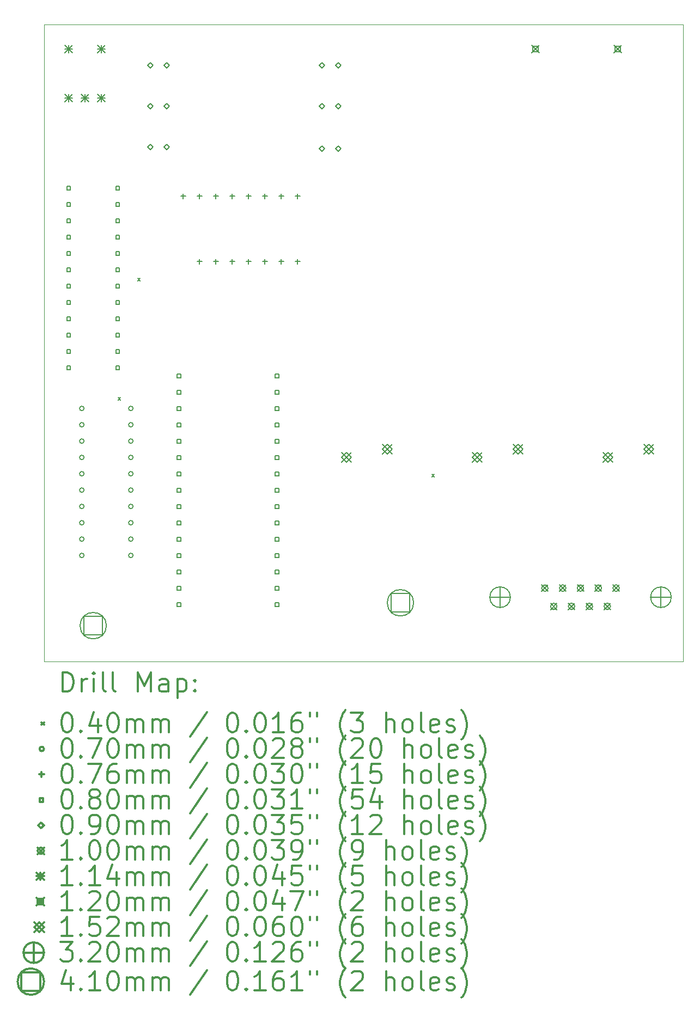
<source format=gbr>
%FSLAX45Y45*%
G04 Gerber Fmt 4.5, Leading zero omitted, Abs format (unit mm)*
G04 Created by KiCad (PCBNEW (5.1.0)-1) date 2019-08-13 11:23:55*
%MOMM*%
%LPD*%
G04 APERTURE LIST*
%ADD10C,0.050000*%
%ADD11C,0.200000*%
%ADD12C,0.300000*%
G04 APERTURE END LIST*
D10*
X9525000Y-5969000D02*
X19458000Y-5969000D01*
X9525000Y-15875000D02*
X9525000Y-5969000D01*
X19458000Y-15875000D02*
X19458000Y-5969000D01*
X9525000Y-15875000D02*
X19458000Y-15875000D01*
D11*
X10673400Y-11765600D02*
X10713400Y-11805600D01*
X10713400Y-11765600D02*
X10673400Y-11805600D01*
X10978200Y-9911400D02*
X11018200Y-9951400D01*
X11018200Y-9911400D02*
X10978200Y-9951400D01*
X15550200Y-12959400D02*
X15590200Y-12999400D01*
X15590200Y-12959400D02*
X15550200Y-12999400D01*
X10144200Y-12446000D02*
G75*
G03X10144200Y-12446000I-35000J0D01*
G01*
X10906200Y-12446000D02*
G75*
G03X10906200Y-12446000I-35000J0D01*
G01*
X10144200Y-12954000D02*
G75*
G03X10144200Y-12954000I-35000J0D01*
G01*
X10906200Y-12954000D02*
G75*
G03X10906200Y-12954000I-35000J0D01*
G01*
X10144200Y-12192000D02*
G75*
G03X10144200Y-12192000I-35000J0D01*
G01*
X10906200Y-12192000D02*
G75*
G03X10906200Y-12192000I-35000J0D01*
G01*
X10144200Y-11938000D02*
G75*
G03X10144200Y-11938000I-35000J0D01*
G01*
X10906200Y-11938000D02*
G75*
G03X10906200Y-11938000I-35000J0D01*
G01*
X10144200Y-14224000D02*
G75*
G03X10144200Y-14224000I-35000J0D01*
G01*
X10906200Y-14224000D02*
G75*
G03X10906200Y-14224000I-35000J0D01*
G01*
X10144200Y-13970000D02*
G75*
G03X10144200Y-13970000I-35000J0D01*
G01*
X10906200Y-13970000D02*
G75*
G03X10906200Y-13970000I-35000J0D01*
G01*
X10144200Y-12700000D02*
G75*
G03X10144200Y-12700000I-35000J0D01*
G01*
X10906200Y-12700000D02*
G75*
G03X10906200Y-12700000I-35000J0D01*
G01*
X10144200Y-13716000D02*
G75*
G03X10144200Y-13716000I-35000J0D01*
G01*
X10906200Y-13716000D02*
G75*
G03X10906200Y-13716000I-35000J0D01*
G01*
X10144200Y-13208000D02*
G75*
G03X10144200Y-13208000I-35000J0D01*
G01*
X10906200Y-13208000D02*
G75*
G03X10906200Y-13208000I-35000J0D01*
G01*
X10144200Y-13462000D02*
G75*
G03X10144200Y-13462000I-35000J0D01*
G01*
X10906200Y-13462000D02*
G75*
G03X10906200Y-13462000I-35000J0D01*
G01*
X11684000Y-8597900D02*
X11684000Y-8674100D01*
X11645900Y-8636000D02*
X11722100Y-8636000D01*
X11938000Y-8597900D02*
X11938000Y-8674100D01*
X11899900Y-8636000D02*
X11976100Y-8636000D01*
X11938000Y-9613900D02*
X11938000Y-9690100D01*
X11899900Y-9652000D02*
X11976100Y-9652000D01*
X12192000Y-8597900D02*
X12192000Y-8674100D01*
X12153900Y-8636000D02*
X12230100Y-8636000D01*
X12192000Y-9613900D02*
X12192000Y-9690100D01*
X12153900Y-9652000D02*
X12230100Y-9652000D01*
X12446000Y-8597900D02*
X12446000Y-8674100D01*
X12407900Y-8636000D02*
X12484100Y-8636000D01*
X12446000Y-9613900D02*
X12446000Y-9690100D01*
X12407900Y-9652000D02*
X12484100Y-9652000D01*
X12700000Y-8597900D02*
X12700000Y-8674100D01*
X12661900Y-8636000D02*
X12738100Y-8636000D01*
X12700000Y-9613900D02*
X12700000Y-9690100D01*
X12661900Y-9652000D02*
X12738100Y-9652000D01*
X12954000Y-8597900D02*
X12954000Y-8674100D01*
X12915900Y-8636000D02*
X12992100Y-8636000D01*
X12954000Y-9613900D02*
X12954000Y-9690100D01*
X12915900Y-9652000D02*
X12992100Y-9652000D01*
X13208000Y-8597900D02*
X13208000Y-8674100D01*
X13169900Y-8636000D02*
X13246100Y-8636000D01*
X13208000Y-9613900D02*
X13208000Y-9690100D01*
X13169900Y-9652000D02*
X13246100Y-9652000D01*
X13462000Y-8597900D02*
X13462000Y-8674100D01*
X13423900Y-8636000D02*
X13500100Y-8636000D01*
X13462000Y-9613900D02*
X13462000Y-9690100D01*
X13423900Y-9652000D02*
X13500100Y-9652000D01*
X11648784Y-11458284D02*
X11648784Y-11401715D01*
X11592215Y-11401715D01*
X11592215Y-11458284D01*
X11648784Y-11458284D01*
X11648784Y-11712284D02*
X11648784Y-11655715D01*
X11592215Y-11655715D01*
X11592215Y-11712284D01*
X11648784Y-11712284D01*
X11648784Y-11966284D02*
X11648784Y-11909715D01*
X11592215Y-11909715D01*
X11592215Y-11966284D01*
X11648784Y-11966284D01*
X11648784Y-12220284D02*
X11648784Y-12163715D01*
X11592215Y-12163715D01*
X11592215Y-12220284D01*
X11648784Y-12220284D01*
X11648784Y-12474284D02*
X11648784Y-12417715D01*
X11592215Y-12417715D01*
X11592215Y-12474284D01*
X11648784Y-12474284D01*
X11648784Y-12728284D02*
X11648784Y-12671715D01*
X11592215Y-12671715D01*
X11592215Y-12728284D01*
X11648784Y-12728284D01*
X11648784Y-12982284D02*
X11648784Y-12925715D01*
X11592215Y-12925715D01*
X11592215Y-12982284D01*
X11648784Y-12982284D01*
X11648784Y-13236284D02*
X11648784Y-13179715D01*
X11592215Y-13179715D01*
X11592215Y-13236284D01*
X11648784Y-13236284D01*
X11648784Y-13490284D02*
X11648784Y-13433715D01*
X11592215Y-13433715D01*
X11592215Y-13490284D01*
X11648784Y-13490284D01*
X11648784Y-13744284D02*
X11648784Y-13687715D01*
X11592215Y-13687715D01*
X11592215Y-13744284D01*
X11648784Y-13744284D01*
X11648784Y-13998284D02*
X11648784Y-13941715D01*
X11592215Y-13941715D01*
X11592215Y-13998284D01*
X11648784Y-13998284D01*
X11648784Y-14252284D02*
X11648784Y-14195715D01*
X11592215Y-14195715D01*
X11592215Y-14252284D01*
X11648784Y-14252284D01*
X11648784Y-14506284D02*
X11648784Y-14449715D01*
X11592215Y-14449715D01*
X11592215Y-14506284D01*
X11648784Y-14506284D01*
X11648784Y-14760284D02*
X11648784Y-14703715D01*
X11592215Y-14703715D01*
X11592215Y-14760284D01*
X11648784Y-14760284D01*
X11648784Y-15014284D02*
X11648784Y-14957715D01*
X11592215Y-14957715D01*
X11592215Y-15014284D01*
X11648784Y-15014284D01*
X13172784Y-11458284D02*
X13172784Y-11401715D01*
X13116215Y-11401715D01*
X13116215Y-11458284D01*
X13172784Y-11458284D01*
X13172784Y-11712284D02*
X13172784Y-11655715D01*
X13116215Y-11655715D01*
X13116215Y-11712284D01*
X13172784Y-11712284D01*
X13172784Y-11966284D02*
X13172784Y-11909715D01*
X13116215Y-11909715D01*
X13116215Y-11966284D01*
X13172784Y-11966284D01*
X13172784Y-12220284D02*
X13172784Y-12163715D01*
X13116215Y-12163715D01*
X13116215Y-12220284D01*
X13172784Y-12220284D01*
X13172784Y-12474284D02*
X13172784Y-12417715D01*
X13116215Y-12417715D01*
X13116215Y-12474284D01*
X13172784Y-12474284D01*
X13172784Y-12728284D02*
X13172784Y-12671715D01*
X13116215Y-12671715D01*
X13116215Y-12728284D01*
X13172784Y-12728284D01*
X13172784Y-12982284D02*
X13172784Y-12925715D01*
X13116215Y-12925715D01*
X13116215Y-12982284D01*
X13172784Y-12982284D01*
X13172784Y-13236284D02*
X13172784Y-13179715D01*
X13116215Y-13179715D01*
X13116215Y-13236284D01*
X13172784Y-13236284D01*
X13172784Y-13490284D02*
X13172784Y-13433715D01*
X13116215Y-13433715D01*
X13116215Y-13490284D01*
X13172784Y-13490284D01*
X13172784Y-13744284D02*
X13172784Y-13687715D01*
X13116215Y-13687715D01*
X13116215Y-13744284D01*
X13172784Y-13744284D01*
X13172784Y-13998284D02*
X13172784Y-13941715D01*
X13116215Y-13941715D01*
X13116215Y-13998284D01*
X13172784Y-13998284D01*
X13172784Y-14252284D02*
X13172784Y-14195715D01*
X13116215Y-14195715D01*
X13116215Y-14252284D01*
X13172784Y-14252284D01*
X13172784Y-14506284D02*
X13172784Y-14449715D01*
X13116215Y-14449715D01*
X13116215Y-14506284D01*
X13172784Y-14506284D01*
X13172784Y-14760284D02*
X13172784Y-14703715D01*
X13116215Y-14703715D01*
X13116215Y-14760284D01*
X13172784Y-14760284D01*
X13172784Y-15014284D02*
X13172784Y-14957715D01*
X13116215Y-14957715D01*
X13116215Y-15014284D01*
X13172784Y-15014284D01*
X9934285Y-8537285D02*
X9934285Y-8480716D01*
X9877716Y-8480716D01*
X9877716Y-8537285D01*
X9934285Y-8537285D01*
X9934285Y-8791285D02*
X9934285Y-8734716D01*
X9877716Y-8734716D01*
X9877716Y-8791285D01*
X9934285Y-8791285D01*
X9934285Y-9045285D02*
X9934285Y-8988716D01*
X9877716Y-8988716D01*
X9877716Y-9045285D01*
X9934285Y-9045285D01*
X9934285Y-9299285D02*
X9934285Y-9242716D01*
X9877716Y-9242716D01*
X9877716Y-9299285D01*
X9934285Y-9299285D01*
X9934285Y-9553285D02*
X9934285Y-9496716D01*
X9877716Y-9496716D01*
X9877716Y-9553285D01*
X9934285Y-9553285D01*
X9934285Y-9807285D02*
X9934285Y-9750716D01*
X9877716Y-9750716D01*
X9877716Y-9807285D01*
X9934285Y-9807285D01*
X9934285Y-10061285D02*
X9934285Y-10004716D01*
X9877716Y-10004716D01*
X9877716Y-10061285D01*
X9934285Y-10061285D01*
X9934285Y-10315285D02*
X9934285Y-10258716D01*
X9877716Y-10258716D01*
X9877716Y-10315285D01*
X9934285Y-10315285D01*
X9934285Y-10569285D02*
X9934285Y-10512716D01*
X9877716Y-10512716D01*
X9877716Y-10569285D01*
X9934285Y-10569285D01*
X9934285Y-10823285D02*
X9934285Y-10766716D01*
X9877716Y-10766716D01*
X9877716Y-10823285D01*
X9934285Y-10823285D01*
X9934285Y-11077285D02*
X9934285Y-11020716D01*
X9877716Y-11020716D01*
X9877716Y-11077285D01*
X9934285Y-11077285D01*
X9934285Y-11331284D02*
X9934285Y-11274715D01*
X9877716Y-11274715D01*
X9877716Y-11331284D01*
X9934285Y-11331284D01*
X10696285Y-8537285D02*
X10696285Y-8480716D01*
X10639716Y-8480716D01*
X10639716Y-8537285D01*
X10696285Y-8537285D01*
X10696285Y-8791285D02*
X10696285Y-8734716D01*
X10639716Y-8734716D01*
X10639716Y-8791285D01*
X10696285Y-8791285D01*
X10696285Y-9045285D02*
X10696285Y-8988716D01*
X10639716Y-8988716D01*
X10639716Y-9045285D01*
X10696285Y-9045285D01*
X10696285Y-9299285D02*
X10696285Y-9242716D01*
X10639716Y-9242716D01*
X10639716Y-9299285D01*
X10696285Y-9299285D01*
X10696285Y-9553285D02*
X10696285Y-9496716D01*
X10639716Y-9496716D01*
X10639716Y-9553285D01*
X10696285Y-9553285D01*
X10696285Y-9807285D02*
X10696285Y-9750716D01*
X10639716Y-9750716D01*
X10639716Y-9807285D01*
X10696285Y-9807285D01*
X10696285Y-10061285D02*
X10696285Y-10004716D01*
X10639716Y-10004716D01*
X10639716Y-10061285D01*
X10696285Y-10061285D01*
X10696285Y-10315285D02*
X10696285Y-10258716D01*
X10639716Y-10258716D01*
X10639716Y-10315285D01*
X10696285Y-10315285D01*
X10696285Y-10569285D02*
X10696285Y-10512716D01*
X10639716Y-10512716D01*
X10639716Y-10569285D01*
X10696285Y-10569285D01*
X10696285Y-10823285D02*
X10696285Y-10766716D01*
X10639716Y-10766716D01*
X10639716Y-10823285D01*
X10696285Y-10823285D01*
X10696285Y-11077285D02*
X10696285Y-11020716D01*
X10639716Y-11020716D01*
X10639716Y-11077285D01*
X10696285Y-11077285D01*
X10696285Y-11331284D02*
X10696285Y-11274715D01*
X10639716Y-11274715D01*
X10639716Y-11331284D01*
X10696285Y-11331284D01*
X11176000Y-7284000D02*
X11221000Y-7239000D01*
X11176000Y-7194000D01*
X11131000Y-7239000D01*
X11176000Y-7284000D01*
X11430000Y-7284000D02*
X11475000Y-7239000D01*
X11430000Y-7194000D01*
X11385000Y-7239000D01*
X11430000Y-7284000D01*
X11176000Y-6649000D02*
X11221000Y-6604000D01*
X11176000Y-6559000D01*
X11131000Y-6604000D01*
X11176000Y-6649000D01*
X11430000Y-6649000D02*
X11475000Y-6604000D01*
X11430000Y-6559000D01*
X11385000Y-6604000D01*
X11430000Y-6649000D01*
X11176000Y-7919000D02*
X11221000Y-7874000D01*
X11176000Y-7829000D01*
X11131000Y-7874000D01*
X11176000Y-7919000D01*
X11430000Y-7919000D02*
X11475000Y-7874000D01*
X11430000Y-7829000D01*
X11385000Y-7874000D01*
X11430000Y-7919000D01*
X13843000Y-7284000D02*
X13888000Y-7239000D01*
X13843000Y-7194000D01*
X13798000Y-7239000D01*
X13843000Y-7284000D01*
X14097000Y-7284000D02*
X14142000Y-7239000D01*
X14097000Y-7194000D01*
X14052000Y-7239000D01*
X14097000Y-7284000D01*
X13843000Y-7944400D02*
X13888000Y-7899400D01*
X13843000Y-7854400D01*
X13798000Y-7899400D01*
X13843000Y-7944400D01*
X14097000Y-7944400D02*
X14142000Y-7899400D01*
X14097000Y-7854400D01*
X14052000Y-7899400D01*
X14097000Y-7944400D01*
X13843000Y-6649000D02*
X13888000Y-6604000D01*
X13843000Y-6559000D01*
X13798000Y-6604000D01*
X13843000Y-6649000D01*
X14097000Y-6649000D02*
X14142000Y-6604000D01*
X14097000Y-6559000D01*
X14052000Y-6604000D01*
X14097000Y-6649000D01*
X17257000Y-14682000D02*
X17357000Y-14782000D01*
X17357000Y-14682000D02*
X17257000Y-14782000D01*
X17357000Y-14732000D02*
G75*
G03X17357000Y-14732000I-50000J0D01*
G01*
X17395500Y-14966000D02*
X17495500Y-15066000D01*
X17495500Y-14966000D02*
X17395500Y-15066000D01*
X17495500Y-15016000D02*
G75*
G03X17495500Y-15016000I-50000J0D01*
G01*
X17534000Y-14682000D02*
X17634000Y-14782000D01*
X17634000Y-14682000D02*
X17534000Y-14782000D01*
X17634000Y-14732000D02*
G75*
G03X17634000Y-14732000I-50000J0D01*
G01*
X17672500Y-14966000D02*
X17772500Y-15066000D01*
X17772500Y-14966000D02*
X17672500Y-15066000D01*
X17772500Y-15016000D02*
G75*
G03X17772500Y-15016000I-50000J0D01*
G01*
X17811000Y-14682000D02*
X17911000Y-14782000D01*
X17911000Y-14682000D02*
X17811000Y-14782000D01*
X17911000Y-14732000D02*
G75*
G03X17911000Y-14732000I-50000J0D01*
G01*
X17949500Y-14966000D02*
X18049500Y-15066000D01*
X18049500Y-14966000D02*
X17949500Y-15066000D01*
X18049500Y-15016000D02*
G75*
G03X18049500Y-15016000I-50000J0D01*
G01*
X18088000Y-14682000D02*
X18188000Y-14782000D01*
X18188000Y-14682000D02*
X18088000Y-14782000D01*
X18188000Y-14732000D02*
G75*
G03X18188000Y-14732000I-50000J0D01*
G01*
X18226500Y-14966000D02*
X18326500Y-15066000D01*
X18326500Y-14966000D02*
X18226500Y-15066000D01*
X18326500Y-15016000D02*
G75*
G03X18326500Y-15016000I-50000J0D01*
G01*
X18365000Y-14682000D02*
X18465000Y-14782000D01*
X18465000Y-14682000D02*
X18365000Y-14782000D01*
X18465000Y-14732000D02*
G75*
G03X18465000Y-14732000I-50000J0D01*
G01*
X9848850Y-6292850D02*
X9963150Y-6407150D01*
X9963150Y-6292850D02*
X9848850Y-6407150D01*
X9906000Y-6292850D02*
X9906000Y-6407150D01*
X9848850Y-6350000D02*
X9963150Y-6350000D01*
X9848850Y-7054850D02*
X9963150Y-7169150D01*
X9963150Y-7054850D02*
X9848850Y-7169150D01*
X9906000Y-7054850D02*
X9906000Y-7169150D01*
X9848850Y-7112000D02*
X9963150Y-7112000D01*
X10102850Y-7054850D02*
X10217150Y-7169150D01*
X10217150Y-7054850D02*
X10102850Y-7169150D01*
X10160000Y-7054850D02*
X10160000Y-7169150D01*
X10102850Y-7112000D02*
X10217150Y-7112000D01*
X10356850Y-6292850D02*
X10471150Y-6407150D01*
X10471150Y-6292850D02*
X10356850Y-6407150D01*
X10414000Y-6292850D02*
X10414000Y-6407150D01*
X10356850Y-6350000D02*
X10471150Y-6350000D01*
X10356850Y-7054850D02*
X10471150Y-7169150D01*
X10471150Y-7054850D02*
X10356850Y-7169150D01*
X10414000Y-7054850D02*
X10414000Y-7169150D01*
X10356850Y-7112000D02*
X10471150Y-7112000D01*
X17100400Y-6287000D02*
X17220400Y-6407000D01*
X17220400Y-6287000D02*
X17100400Y-6407000D01*
X17202827Y-6389427D02*
X17202827Y-6304573D01*
X17117973Y-6304573D01*
X17117973Y-6389427D01*
X17202827Y-6389427D01*
X18380400Y-6287000D02*
X18500400Y-6407000D01*
X18500400Y-6287000D02*
X18380400Y-6407000D01*
X18482827Y-6389427D02*
X18482827Y-6304573D01*
X18397973Y-6304573D01*
X18397973Y-6389427D01*
X18482827Y-6389427D01*
X18211800Y-12623800D02*
X18364200Y-12776200D01*
X18364200Y-12623800D02*
X18211800Y-12776200D01*
X18288000Y-12776200D02*
X18364200Y-12700000D01*
X18288000Y-12623800D01*
X18211800Y-12700000D01*
X18288000Y-12776200D01*
X18846800Y-12496800D02*
X18999200Y-12649200D01*
X18999200Y-12496800D02*
X18846800Y-12649200D01*
X18923000Y-12649200D02*
X18999200Y-12573000D01*
X18923000Y-12496800D01*
X18846800Y-12573000D01*
X18923000Y-12649200D01*
X14147800Y-12623800D02*
X14300200Y-12776200D01*
X14300200Y-12623800D02*
X14147800Y-12776200D01*
X14224000Y-12776200D02*
X14300200Y-12700000D01*
X14224000Y-12623800D01*
X14147800Y-12700000D01*
X14224000Y-12776200D01*
X14782800Y-12496800D02*
X14935200Y-12649200D01*
X14935200Y-12496800D02*
X14782800Y-12649200D01*
X14859000Y-12649200D02*
X14935200Y-12573000D01*
X14859000Y-12496800D01*
X14782800Y-12573000D01*
X14859000Y-12649200D01*
X16179800Y-12623800D02*
X16332200Y-12776200D01*
X16332200Y-12623800D02*
X16179800Y-12776200D01*
X16256000Y-12776200D02*
X16332200Y-12700000D01*
X16256000Y-12623800D01*
X16179800Y-12700000D01*
X16256000Y-12776200D01*
X16814800Y-12496800D02*
X16967200Y-12649200D01*
X16967200Y-12496800D02*
X16814800Y-12649200D01*
X16891000Y-12649200D02*
X16967200Y-12573000D01*
X16891000Y-12496800D01*
X16814800Y-12573000D01*
X16891000Y-12649200D01*
X16611000Y-14714000D02*
X16611000Y-15034000D01*
X16451000Y-14874000D02*
X16771000Y-14874000D01*
X16771000Y-14874000D02*
G75*
G03X16771000Y-14874000I-160000J0D01*
G01*
X19111000Y-14714000D02*
X19111000Y-15034000D01*
X18951000Y-14874000D02*
X19271000Y-14874000D01*
X19271000Y-14874000D02*
G75*
G03X19271000Y-14874000I-160000J0D01*
G01*
X10431958Y-15461158D02*
X10431958Y-15171242D01*
X10142042Y-15171242D01*
X10142042Y-15461158D01*
X10431958Y-15461158D01*
X10492000Y-15316200D02*
G75*
G03X10492000Y-15316200I-205000J0D01*
G01*
X15207158Y-15105558D02*
X15207158Y-14815642D01*
X14917242Y-14815642D01*
X14917242Y-15105558D01*
X15207158Y-15105558D01*
X15267200Y-14960600D02*
G75*
G03X15267200Y-14960600I-205000J0D01*
G01*
D12*
X9808928Y-16343214D02*
X9808928Y-16043214D01*
X9880357Y-16043214D01*
X9923214Y-16057500D01*
X9951786Y-16086071D01*
X9966071Y-16114643D01*
X9980357Y-16171786D01*
X9980357Y-16214643D01*
X9966071Y-16271786D01*
X9951786Y-16300357D01*
X9923214Y-16328929D01*
X9880357Y-16343214D01*
X9808928Y-16343214D01*
X10108928Y-16343214D02*
X10108928Y-16143214D01*
X10108928Y-16200357D02*
X10123214Y-16171786D01*
X10137500Y-16157500D01*
X10166071Y-16143214D01*
X10194643Y-16143214D01*
X10294643Y-16343214D02*
X10294643Y-16143214D01*
X10294643Y-16043214D02*
X10280357Y-16057500D01*
X10294643Y-16071786D01*
X10308928Y-16057500D01*
X10294643Y-16043214D01*
X10294643Y-16071786D01*
X10480357Y-16343214D02*
X10451786Y-16328929D01*
X10437500Y-16300357D01*
X10437500Y-16043214D01*
X10637500Y-16343214D02*
X10608928Y-16328929D01*
X10594643Y-16300357D01*
X10594643Y-16043214D01*
X10980357Y-16343214D02*
X10980357Y-16043214D01*
X11080357Y-16257500D01*
X11180357Y-16043214D01*
X11180357Y-16343214D01*
X11451786Y-16343214D02*
X11451786Y-16186071D01*
X11437500Y-16157500D01*
X11408928Y-16143214D01*
X11351786Y-16143214D01*
X11323214Y-16157500D01*
X11451786Y-16328929D02*
X11423214Y-16343214D01*
X11351786Y-16343214D01*
X11323214Y-16328929D01*
X11308928Y-16300357D01*
X11308928Y-16271786D01*
X11323214Y-16243214D01*
X11351786Y-16228929D01*
X11423214Y-16228929D01*
X11451786Y-16214643D01*
X11594643Y-16143214D02*
X11594643Y-16443214D01*
X11594643Y-16157500D02*
X11623214Y-16143214D01*
X11680357Y-16143214D01*
X11708928Y-16157500D01*
X11723214Y-16171786D01*
X11737500Y-16200357D01*
X11737500Y-16286071D01*
X11723214Y-16314643D01*
X11708928Y-16328929D01*
X11680357Y-16343214D01*
X11623214Y-16343214D01*
X11594643Y-16328929D01*
X11866071Y-16314643D02*
X11880357Y-16328929D01*
X11866071Y-16343214D01*
X11851786Y-16328929D01*
X11866071Y-16314643D01*
X11866071Y-16343214D01*
X11866071Y-16157500D02*
X11880357Y-16171786D01*
X11866071Y-16186071D01*
X11851786Y-16171786D01*
X11866071Y-16157500D01*
X11866071Y-16186071D01*
X9482500Y-16817500D02*
X9522500Y-16857500D01*
X9522500Y-16817500D02*
X9482500Y-16857500D01*
X9866071Y-16673214D02*
X9894643Y-16673214D01*
X9923214Y-16687500D01*
X9937500Y-16701786D01*
X9951786Y-16730357D01*
X9966071Y-16787500D01*
X9966071Y-16858929D01*
X9951786Y-16916072D01*
X9937500Y-16944643D01*
X9923214Y-16958929D01*
X9894643Y-16973214D01*
X9866071Y-16973214D01*
X9837500Y-16958929D01*
X9823214Y-16944643D01*
X9808928Y-16916072D01*
X9794643Y-16858929D01*
X9794643Y-16787500D01*
X9808928Y-16730357D01*
X9823214Y-16701786D01*
X9837500Y-16687500D01*
X9866071Y-16673214D01*
X10094643Y-16944643D02*
X10108928Y-16958929D01*
X10094643Y-16973214D01*
X10080357Y-16958929D01*
X10094643Y-16944643D01*
X10094643Y-16973214D01*
X10366071Y-16773214D02*
X10366071Y-16973214D01*
X10294643Y-16658929D02*
X10223214Y-16873214D01*
X10408928Y-16873214D01*
X10580357Y-16673214D02*
X10608928Y-16673214D01*
X10637500Y-16687500D01*
X10651786Y-16701786D01*
X10666071Y-16730357D01*
X10680357Y-16787500D01*
X10680357Y-16858929D01*
X10666071Y-16916072D01*
X10651786Y-16944643D01*
X10637500Y-16958929D01*
X10608928Y-16973214D01*
X10580357Y-16973214D01*
X10551786Y-16958929D01*
X10537500Y-16944643D01*
X10523214Y-16916072D01*
X10508928Y-16858929D01*
X10508928Y-16787500D01*
X10523214Y-16730357D01*
X10537500Y-16701786D01*
X10551786Y-16687500D01*
X10580357Y-16673214D01*
X10808928Y-16973214D02*
X10808928Y-16773214D01*
X10808928Y-16801786D02*
X10823214Y-16787500D01*
X10851786Y-16773214D01*
X10894643Y-16773214D01*
X10923214Y-16787500D01*
X10937500Y-16816072D01*
X10937500Y-16973214D01*
X10937500Y-16816072D02*
X10951786Y-16787500D01*
X10980357Y-16773214D01*
X11023214Y-16773214D01*
X11051786Y-16787500D01*
X11066071Y-16816072D01*
X11066071Y-16973214D01*
X11208928Y-16973214D02*
X11208928Y-16773214D01*
X11208928Y-16801786D02*
X11223214Y-16787500D01*
X11251786Y-16773214D01*
X11294643Y-16773214D01*
X11323214Y-16787500D01*
X11337500Y-16816072D01*
X11337500Y-16973214D01*
X11337500Y-16816072D02*
X11351786Y-16787500D01*
X11380357Y-16773214D01*
X11423214Y-16773214D01*
X11451786Y-16787500D01*
X11466071Y-16816072D01*
X11466071Y-16973214D01*
X12051786Y-16658929D02*
X11794643Y-17044643D01*
X12437500Y-16673214D02*
X12466071Y-16673214D01*
X12494643Y-16687500D01*
X12508928Y-16701786D01*
X12523214Y-16730357D01*
X12537500Y-16787500D01*
X12537500Y-16858929D01*
X12523214Y-16916072D01*
X12508928Y-16944643D01*
X12494643Y-16958929D01*
X12466071Y-16973214D01*
X12437500Y-16973214D01*
X12408928Y-16958929D01*
X12394643Y-16944643D01*
X12380357Y-16916072D01*
X12366071Y-16858929D01*
X12366071Y-16787500D01*
X12380357Y-16730357D01*
X12394643Y-16701786D01*
X12408928Y-16687500D01*
X12437500Y-16673214D01*
X12666071Y-16944643D02*
X12680357Y-16958929D01*
X12666071Y-16973214D01*
X12651786Y-16958929D01*
X12666071Y-16944643D01*
X12666071Y-16973214D01*
X12866071Y-16673214D02*
X12894643Y-16673214D01*
X12923214Y-16687500D01*
X12937500Y-16701786D01*
X12951786Y-16730357D01*
X12966071Y-16787500D01*
X12966071Y-16858929D01*
X12951786Y-16916072D01*
X12937500Y-16944643D01*
X12923214Y-16958929D01*
X12894643Y-16973214D01*
X12866071Y-16973214D01*
X12837500Y-16958929D01*
X12823214Y-16944643D01*
X12808928Y-16916072D01*
X12794643Y-16858929D01*
X12794643Y-16787500D01*
X12808928Y-16730357D01*
X12823214Y-16701786D01*
X12837500Y-16687500D01*
X12866071Y-16673214D01*
X13251786Y-16973214D02*
X13080357Y-16973214D01*
X13166071Y-16973214D02*
X13166071Y-16673214D01*
X13137500Y-16716071D01*
X13108928Y-16744643D01*
X13080357Y-16758929D01*
X13508928Y-16673214D02*
X13451786Y-16673214D01*
X13423214Y-16687500D01*
X13408928Y-16701786D01*
X13380357Y-16744643D01*
X13366071Y-16801786D01*
X13366071Y-16916072D01*
X13380357Y-16944643D01*
X13394643Y-16958929D01*
X13423214Y-16973214D01*
X13480357Y-16973214D01*
X13508928Y-16958929D01*
X13523214Y-16944643D01*
X13537500Y-16916072D01*
X13537500Y-16844643D01*
X13523214Y-16816072D01*
X13508928Y-16801786D01*
X13480357Y-16787500D01*
X13423214Y-16787500D01*
X13394643Y-16801786D01*
X13380357Y-16816072D01*
X13366071Y-16844643D01*
X13651786Y-16673214D02*
X13651786Y-16730357D01*
X13766071Y-16673214D02*
X13766071Y-16730357D01*
X14208928Y-17087500D02*
X14194643Y-17073214D01*
X14166071Y-17030357D01*
X14151786Y-17001786D01*
X14137500Y-16958929D01*
X14123214Y-16887500D01*
X14123214Y-16830357D01*
X14137500Y-16758929D01*
X14151786Y-16716071D01*
X14166071Y-16687500D01*
X14194643Y-16644643D01*
X14208928Y-16630357D01*
X14294643Y-16673214D02*
X14480357Y-16673214D01*
X14380357Y-16787500D01*
X14423214Y-16787500D01*
X14451786Y-16801786D01*
X14466071Y-16816072D01*
X14480357Y-16844643D01*
X14480357Y-16916072D01*
X14466071Y-16944643D01*
X14451786Y-16958929D01*
X14423214Y-16973214D01*
X14337500Y-16973214D01*
X14308928Y-16958929D01*
X14294643Y-16944643D01*
X14837500Y-16973214D02*
X14837500Y-16673214D01*
X14966071Y-16973214D02*
X14966071Y-16816072D01*
X14951786Y-16787500D01*
X14923214Y-16773214D01*
X14880357Y-16773214D01*
X14851786Y-16787500D01*
X14837500Y-16801786D01*
X15151786Y-16973214D02*
X15123214Y-16958929D01*
X15108928Y-16944643D01*
X15094643Y-16916072D01*
X15094643Y-16830357D01*
X15108928Y-16801786D01*
X15123214Y-16787500D01*
X15151786Y-16773214D01*
X15194643Y-16773214D01*
X15223214Y-16787500D01*
X15237500Y-16801786D01*
X15251786Y-16830357D01*
X15251786Y-16916072D01*
X15237500Y-16944643D01*
X15223214Y-16958929D01*
X15194643Y-16973214D01*
X15151786Y-16973214D01*
X15423214Y-16973214D02*
X15394643Y-16958929D01*
X15380357Y-16930357D01*
X15380357Y-16673214D01*
X15651786Y-16958929D02*
X15623214Y-16973214D01*
X15566071Y-16973214D01*
X15537500Y-16958929D01*
X15523214Y-16930357D01*
X15523214Y-16816072D01*
X15537500Y-16787500D01*
X15566071Y-16773214D01*
X15623214Y-16773214D01*
X15651786Y-16787500D01*
X15666071Y-16816072D01*
X15666071Y-16844643D01*
X15523214Y-16873214D01*
X15780357Y-16958929D02*
X15808928Y-16973214D01*
X15866071Y-16973214D01*
X15894643Y-16958929D01*
X15908928Y-16930357D01*
X15908928Y-16916072D01*
X15894643Y-16887500D01*
X15866071Y-16873214D01*
X15823214Y-16873214D01*
X15794643Y-16858929D01*
X15780357Y-16830357D01*
X15780357Y-16816072D01*
X15794643Y-16787500D01*
X15823214Y-16773214D01*
X15866071Y-16773214D01*
X15894643Y-16787500D01*
X16008928Y-17087500D02*
X16023214Y-17073214D01*
X16051786Y-17030357D01*
X16066071Y-17001786D01*
X16080357Y-16958929D01*
X16094643Y-16887500D01*
X16094643Y-16830357D01*
X16080357Y-16758929D01*
X16066071Y-16716071D01*
X16051786Y-16687500D01*
X16023214Y-16644643D01*
X16008928Y-16630357D01*
X9522500Y-17233500D02*
G75*
G03X9522500Y-17233500I-35000J0D01*
G01*
X9866071Y-17069214D02*
X9894643Y-17069214D01*
X9923214Y-17083500D01*
X9937500Y-17097786D01*
X9951786Y-17126357D01*
X9966071Y-17183500D01*
X9966071Y-17254929D01*
X9951786Y-17312072D01*
X9937500Y-17340643D01*
X9923214Y-17354929D01*
X9894643Y-17369214D01*
X9866071Y-17369214D01*
X9837500Y-17354929D01*
X9823214Y-17340643D01*
X9808928Y-17312072D01*
X9794643Y-17254929D01*
X9794643Y-17183500D01*
X9808928Y-17126357D01*
X9823214Y-17097786D01*
X9837500Y-17083500D01*
X9866071Y-17069214D01*
X10094643Y-17340643D02*
X10108928Y-17354929D01*
X10094643Y-17369214D01*
X10080357Y-17354929D01*
X10094643Y-17340643D01*
X10094643Y-17369214D01*
X10208928Y-17069214D02*
X10408928Y-17069214D01*
X10280357Y-17369214D01*
X10580357Y-17069214D02*
X10608928Y-17069214D01*
X10637500Y-17083500D01*
X10651786Y-17097786D01*
X10666071Y-17126357D01*
X10680357Y-17183500D01*
X10680357Y-17254929D01*
X10666071Y-17312072D01*
X10651786Y-17340643D01*
X10637500Y-17354929D01*
X10608928Y-17369214D01*
X10580357Y-17369214D01*
X10551786Y-17354929D01*
X10537500Y-17340643D01*
X10523214Y-17312072D01*
X10508928Y-17254929D01*
X10508928Y-17183500D01*
X10523214Y-17126357D01*
X10537500Y-17097786D01*
X10551786Y-17083500D01*
X10580357Y-17069214D01*
X10808928Y-17369214D02*
X10808928Y-17169214D01*
X10808928Y-17197786D02*
X10823214Y-17183500D01*
X10851786Y-17169214D01*
X10894643Y-17169214D01*
X10923214Y-17183500D01*
X10937500Y-17212072D01*
X10937500Y-17369214D01*
X10937500Y-17212072D02*
X10951786Y-17183500D01*
X10980357Y-17169214D01*
X11023214Y-17169214D01*
X11051786Y-17183500D01*
X11066071Y-17212072D01*
X11066071Y-17369214D01*
X11208928Y-17369214D02*
X11208928Y-17169214D01*
X11208928Y-17197786D02*
X11223214Y-17183500D01*
X11251786Y-17169214D01*
X11294643Y-17169214D01*
X11323214Y-17183500D01*
X11337500Y-17212072D01*
X11337500Y-17369214D01*
X11337500Y-17212072D02*
X11351786Y-17183500D01*
X11380357Y-17169214D01*
X11423214Y-17169214D01*
X11451786Y-17183500D01*
X11466071Y-17212072D01*
X11466071Y-17369214D01*
X12051786Y-17054929D02*
X11794643Y-17440643D01*
X12437500Y-17069214D02*
X12466071Y-17069214D01*
X12494643Y-17083500D01*
X12508928Y-17097786D01*
X12523214Y-17126357D01*
X12537500Y-17183500D01*
X12537500Y-17254929D01*
X12523214Y-17312072D01*
X12508928Y-17340643D01*
X12494643Y-17354929D01*
X12466071Y-17369214D01*
X12437500Y-17369214D01*
X12408928Y-17354929D01*
X12394643Y-17340643D01*
X12380357Y-17312072D01*
X12366071Y-17254929D01*
X12366071Y-17183500D01*
X12380357Y-17126357D01*
X12394643Y-17097786D01*
X12408928Y-17083500D01*
X12437500Y-17069214D01*
X12666071Y-17340643D02*
X12680357Y-17354929D01*
X12666071Y-17369214D01*
X12651786Y-17354929D01*
X12666071Y-17340643D01*
X12666071Y-17369214D01*
X12866071Y-17069214D02*
X12894643Y-17069214D01*
X12923214Y-17083500D01*
X12937500Y-17097786D01*
X12951786Y-17126357D01*
X12966071Y-17183500D01*
X12966071Y-17254929D01*
X12951786Y-17312072D01*
X12937500Y-17340643D01*
X12923214Y-17354929D01*
X12894643Y-17369214D01*
X12866071Y-17369214D01*
X12837500Y-17354929D01*
X12823214Y-17340643D01*
X12808928Y-17312072D01*
X12794643Y-17254929D01*
X12794643Y-17183500D01*
X12808928Y-17126357D01*
X12823214Y-17097786D01*
X12837500Y-17083500D01*
X12866071Y-17069214D01*
X13080357Y-17097786D02*
X13094643Y-17083500D01*
X13123214Y-17069214D01*
X13194643Y-17069214D01*
X13223214Y-17083500D01*
X13237500Y-17097786D01*
X13251786Y-17126357D01*
X13251786Y-17154929D01*
X13237500Y-17197786D01*
X13066071Y-17369214D01*
X13251786Y-17369214D01*
X13423214Y-17197786D02*
X13394643Y-17183500D01*
X13380357Y-17169214D01*
X13366071Y-17140643D01*
X13366071Y-17126357D01*
X13380357Y-17097786D01*
X13394643Y-17083500D01*
X13423214Y-17069214D01*
X13480357Y-17069214D01*
X13508928Y-17083500D01*
X13523214Y-17097786D01*
X13537500Y-17126357D01*
X13537500Y-17140643D01*
X13523214Y-17169214D01*
X13508928Y-17183500D01*
X13480357Y-17197786D01*
X13423214Y-17197786D01*
X13394643Y-17212072D01*
X13380357Y-17226357D01*
X13366071Y-17254929D01*
X13366071Y-17312072D01*
X13380357Y-17340643D01*
X13394643Y-17354929D01*
X13423214Y-17369214D01*
X13480357Y-17369214D01*
X13508928Y-17354929D01*
X13523214Y-17340643D01*
X13537500Y-17312072D01*
X13537500Y-17254929D01*
X13523214Y-17226357D01*
X13508928Y-17212072D01*
X13480357Y-17197786D01*
X13651786Y-17069214D02*
X13651786Y-17126357D01*
X13766071Y-17069214D02*
X13766071Y-17126357D01*
X14208928Y-17483500D02*
X14194643Y-17469214D01*
X14166071Y-17426357D01*
X14151786Y-17397786D01*
X14137500Y-17354929D01*
X14123214Y-17283500D01*
X14123214Y-17226357D01*
X14137500Y-17154929D01*
X14151786Y-17112072D01*
X14166071Y-17083500D01*
X14194643Y-17040643D01*
X14208928Y-17026357D01*
X14308928Y-17097786D02*
X14323214Y-17083500D01*
X14351786Y-17069214D01*
X14423214Y-17069214D01*
X14451786Y-17083500D01*
X14466071Y-17097786D01*
X14480357Y-17126357D01*
X14480357Y-17154929D01*
X14466071Y-17197786D01*
X14294643Y-17369214D01*
X14480357Y-17369214D01*
X14666071Y-17069214D02*
X14694643Y-17069214D01*
X14723214Y-17083500D01*
X14737500Y-17097786D01*
X14751786Y-17126357D01*
X14766071Y-17183500D01*
X14766071Y-17254929D01*
X14751786Y-17312072D01*
X14737500Y-17340643D01*
X14723214Y-17354929D01*
X14694643Y-17369214D01*
X14666071Y-17369214D01*
X14637500Y-17354929D01*
X14623214Y-17340643D01*
X14608928Y-17312072D01*
X14594643Y-17254929D01*
X14594643Y-17183500D01*
X14608928Y-17126357D01*
X14623214Y-17097786D01*
X14637500Y-17083500D01*
X14666071Y-17069214D01*
X15123214Y-17369214D02*
X15123214Y-17069214D01*
X15251786Y-17369214D02*
X15251786Y-17212072D01*
X15237500Y-17183500D01*
X15208928Y-17169214D01*
X15166071Y-17169214D01*
X15137500Y-17183500D01*
X15123214Y-17197786D01*
X15437500Y-17369214D02*
X15408928Y-17354929D01*
X15394643Y-17340643D01*
X15380357Y-17312072D01*
X15380357Y-17226357D01*
X15394643Y-17197786D01*
X15408928Y-17183500D01*
X15437500Y-17169214D01*
X15480357Y-17169214D01*
X15508928Y-17183500D01*
X15523214Y-17197786D01*
X15537500Y-17226357D01*
X15537500Y-17312072D01*
X15523214Y-17340643D01*
X15508928Y-17354929D01*
X15480357Y-17369214D01*
X15437500Y-17369214D01*
X15708928Y-17369214D02*
X15680357Y-17354929D01*
X15666071Y-17326357D01*
X15666071Y-17069214D01*
X15937500Y-17354929D02*
X15908928Y-17369214D01*
X15851786Y-17369214D01*
X15823214Y-17354929D01*
X15808928Y-17326357D01*
X15808928Y-17212072D01*
X15823214Y-17183500D01*
X15851786Y-17169214D01*
X15908928Y-17169214D01*
X15937500Y-17183500D01*
X15951786Y-17212072D01*
X15951786Y-17240643D01*
X15808928Y-17269214D01*
X16066071Y-17354929D02*
X16094643Y-17369214D01*
X16151786Y-17369214D01*
X16180357Y-17354929D01*
X16194643Y-17326357D01*
X16194643Y-17312072D01*
X16180357Y-17283500D01*
X16151786Y-17269214D01*
X16108928Y-17269214D01*
X16080357Y-17254929D01*
X16066071Y-17226357D01*
X16066071Y-17212072D01*
X16080357Y-17183500D01*
X16108928Y-17169214D01*
X16151786Y-17169214D01*
X16180357Y-17183500D01*
X16294643Y-17483500D02*
X16308928Y-17469214D01*
X16337500Y-17426357D01*
X16351786Y-17397786D01*
X16366071Y-17354929D01*
X16380357Y-17283500D01*
X16380357Y-17226357D01*
X16366071Y-17154929D01*
X16351786Y-17112072D01*
X16337500Y-17083500D01*
X16308928Y-17040643D01*
X16294643Y-17026357D01*
X9484400Y-17591400D02*
X9484400Y-17667600D01*
X9446300Y-17629500D02*
X9522500Y-17629500D01*
X9866071Y-17465214D02*
X9894643Y-17465214D01*
X9923214Y-17479500D01*
X9937500Y-17493786D01*
X9951786Y-17522357D01*
X9966071Y-17579500D01*
X9966071Y-17650929D01*
X9951786Y-17708072D01*
X9937500Y-17736643D01*
X9923214Y-17750929D01*
X9894643Y-17765214D01*
X9866071Y-17765214D01*
X9837500Y-17750929D01*
X9823214Y-17736643D01*
X9808928Y-17708072D01*
X9794643Y-17650929D01*
X9794643Y-17579500D01*
X9808928Y-17522357D01*
X9823214Y-17493786D01*
X9837500Y-17479500D01*
X9866071Y-17465214D01*
X10094643Y-17736643D02*
X10108928Y-17750929D01*
X10094643Y-17765214D01*
X10080357Y-17750929D01*
X10094643Y-17736643D01*
X10094643Y-17765214D01*
X10208928Y-17465214D02*
X10408928Y-17465214D01*
X10280357Y-17765214D01*
X10651786Y-17465214D02*
X10594643Y-17465214D01*
X10566071Y-17479500D01*
X10551786Y-17493786D01*
X10523214Y-17536643D01*
X10508928Y-17593786D01*
X10508928Y-17708072D01*
X10523214Y-17736643D01*
X10537500Y-17750929D01*
X10566071Y-17765214D01*
X10623214Y-17765214D01*
X10651786Y-17750929D01*
X10666071Y-17736643D01*
X10680357Y-17708072D01*
X10680357Y-17636643D01*
X10666071Y-17608072D01*
X10651786Y-17593786D01*
X10623214Y-17579500D01*
X10566071Y-17579500D01*
X10537500Y-17593786D01*
X10523214Y-17608072D01*
X10508928Y-17636643D01*
X10808928Y-17765214D02*
X10808928Y-17565214D01*
X10808928Y-17593786D02*
X10823214Y-17579500D01*
X10851786Y-17565214D01*
X10894643Y-17565214D01*
X10923214Y-17579500D01*
X10937500Y-17608072D01*
X10937500Y-17765214D01*
X10937500Y-17608072D02*
X10951786Y-17579500D01*
X10980357Y-17565214D01*
X11023214Y-17565214D01*
X11051786Y-17579500D01*
X11066071Y-17608072D01*
X11066071Y-17765214D01*
X11208928Y-17765214D02*
X11208928Y-17565214D01*
X11208928Y-17593786D02*
X11223214Y-17579500D01*
X11251786Y-17565214D01*
X11294643Y-17565214D01*
X11323214Y-17579500D01*
X11337500Y-17608072D01*
X11337500Y-17765214D01*
X11337500Y-17608072D02*
X11351786Y-17579500D01*
X11380357Y-17565214D01*
X11423214Y-17565214D01*
X11451786Y-17579500D01*
X11466071Y-17608072D01*
X11466071Y-17765214D01*
X12051786Y-17450929D02*
X11794643Y-17836643D01*
X12437500Y-17465214D02*
X12466071Y-17465214D01*
X12494643Y-17479500D01*
X12508928Y-17493786D01*
X12523214Y-17522357D01*
X12537500Y-17579500D01*
X12537500Y-17650929D01*
X12523214Y-17708072D01*
X12508928Y-17736643D01*
X12494643Y-17750929D01*
X12466071Y-17765214D01*
X12437500Y-17765214D01*
X12408928Y-17750929D01*
X12394643Y-17736643D01*
X12380357Y-17708072D01*
X12366071Y-17650929D01*
X12366071Y-17579500D01*
X12380357Y-17522357D01*
X12394643Y-17493786D01*
X12408928Y-17479500D01*
X12437500Y-17465214D01*
X12666071Y-17736643D02*
X12680357Y-17750929D01*
X12666071Y-17765214D01*
X12651786Y-17750929D01*
X12666071Y-17736643D01*
X12666071Y-17765214D01*
X12866071Y-17465214D02*
X12894643Y-17465214D01*
X12923214Y-17479500D01*
X12937500Y-17493786D01*
X12951786Y-17522357D01*
X12966071Y-17579500D01*
X12966071Y-17650929D01*
X12951786Y-17708072D01*
X12937500Y-17736643D01*
X12923214Y-17750929D01*
X12894643Y-17765214D01*
X12866071Y-17765214D01*
X12837500Y-17750929D01*
X12823214Y-17736643D01*
X12808928Y-17708072D01*
X12794643Y-17650929D01*
X12794643Y-17579500D01*
X12808928Y-17522357D01*
X12823214Y-17493786D01*
X12837500Y-17479500D01*
X12866071Y-17465214D01*
X13066071Y-17465214D02*
X13251786Y-17465214D01*
X13151786Y-17579500D01*
X13194643Y-17579500D01*
X13223214Y-17593786D01*
X13237500Y-17608072D01*
X13251786Y-17636643D01*
X13251786Y-17708072D01*
X13237500Y-17736643D01*
X13223214Y-17750929D01*
X13194643Y-17765214D01*
X13108928Y-17765214D01*
X13080357Y-17750929D01*
X13066071Y-17736643D01*
X13437500Y-17465214D02*
X13466071Y-17465214D01*
X13494643Y-17479500D01*
X13508928Y-17493786D01*
X13523214Y-17522357D01*
X13537500Y-17579500D01*
X13537500Y-17650929D01*
X13523214Y-17708072D01*
X13508928Y-17736643D01*
X13494643Y-17750929D01*
X13466071Y-17765214D01*
X13437500Y-17765214D01*
X13408928Y-17750929D01*
X13394643Y-17736643D01*
X13380357Y-17708072D01*
X13366071Y-17650929D01*
X13366071Y-17579500D01*
X13380357Y-17522357D01*
X13394643Y-17493786D01*
X13408928Y-17479500D01*
X13437500Y-17465214D01*
X13651786Y-17465214D02*
X13651786Y-17522357D01*
X13766071Y-17465214D02*
X13766071Y-17522357D01*
X14208928Y-17879500D02*
X14194643Y-17865214D01*
X14166071Y-17822357D01*
X14151786Y-17793786D01*
X14137500Y-17750929D01*
X14123214Y-17679500D01*
X14123214Y-17622357D01*
X14137500Y-17550929D01*
X14151786Y-17508072D01*
X14166071Y-17479500D01*
X14194643Y-17436643D01*
X14208928Y-17422357D01*
X14480357Y-17765214D02*
X14308928Y-17765214D01*
X14394643Y-17765214D02*
X14394643Y-17465214D01*
X14366071Y-17508072D01*
X14337500Y-17536643D01*
X14308928Y-17550929D01*
X14751786Y-17465214D02*
X14608928Y-17465214D01*
X14594643Y-17608072D01*
X14608928Y-17593786D01*
X14637500Y-17579500D01*
X14708928Y-17579500D01*
X14737500Y-17593786D01*
X14751786Y-17608072D01*
X14766071Y-17636643D01*
X14766071Y-17708072D01*
X14751786Y-17736643D01*
X14737500Y-17750929D01*
X14708928Y-17765214D01*
X14637500Y-17765214D01*
X14608928Y-17750929D01*
X14594643Y-17736643D01*
X15123214Y-17765214D02*
X15123214Y-17465214D01*
X15251786Y-17765214D02*
X15251786Y-17608072D01*
X15237500Y-17579500D01*
X15208928Y-17565214D01*
X15166071Y-17565214D01*
X15137500Y-17579500D01*
X15123214Y-17593786D01*
X15437500Y-17765214D02*
X15408928Y-17750929D01*
X15394643Y-17736643D01*
X15380357Y-17708072D01*
X15380357Y-17622357D01*
X15394643Y-17593786D01*
X15408928Y-17579500D01*
X15437500Y-17565214D01*
X15480357Y-17565214D01*
X15508928Y-17579500D01*
X15523214Y-17593786D01*
X15537500Y-17622357D01*
X15537500Y-17708072D01*
X15523214Y-17736643D01*
X15508928Y-17750929D01*
X15480357Y-17765214D01*
X15437500Y-17765214D01*
X15708928Y-17765214D02*
X15680357Y-17750929D01*
X15666071Y-17722357D01*
X15666071Y-17465214D01*
X15937500Y-17750929D02*
X15908928Y-17765214D01*
X15851786Y-17765214D01*
X15823214Y-17750929D01*
X15808928Y-17722357D01*
X15808928Y-17608072D01*
X15823214Y-17579500D01*
X15851786Y-17565214D01*
X15908928Y-17565214D01*
X15937500Y-17579500D01*
X15951786Y-17608072D01*
X15951786Y-17636643D01*
X15808928Y-17665214D01*
X16066071Y-17750929D02*
X16094643Y-17765214D01*
X16151786Y-17765214D01*
X16180357Y-17750929D01*
X16194643Y-17722357D01*
X16194643Y-17708072D01*
X16180357Y-17679500D01*
X16151786Y-17665214D01*
X16108928Y-17665214D01*
X16080357Y-17650929D01*
X16066071Y-17622357D01*
X16066071Y-17608072D01*
X16080357Y-17579500D01*
X16108928Y-17565214D01*
X16151786Y-17565214D01*
X16180357Y-17579500D01*
X16294643Y-17879500D02*
X16308928Y-17865214D01*
X16337500Y-17822357D01*
X16351786Y-17793786D01*
X16366071Y-17750929D01*
X16380357Y-17679500D01*
X16380357Y-17622357D01*
X16366071Y-17550929D01*
X16351786Y-17508072D01*
X16337500Y-17479500D01*
X16308928Y-17436643D01*
X16294643Y-17422357D01*
X9510784Y-18053785D02*
X9510784Y-17997216D01*
X9454215Y-17997216D01*
X9454215Y-18053785D01*
X9510784Y-18053785D01*
X9866071Y-17861214D02*
X9894643Y-17861214D01*
X9923214Y-17875500D01*
X9937500Y-17889786D01*
X9951786Y-17918357D01*
X9966071Y-17975500D01*
X9966071Y-18046929D01*
X9951786Y-18104072D01*
X9937500Y-18132643D01*
X9923214Y-18146929D01*
X9894643Y-18161214D01*
X9866071Y-18161214D01*
X9837500Y-18146929D01*
X9823214Y-18132643D01*
X9808928Y-18104072D01*
X9794643Y-18046929D01*
X9794643Y-17975500D01*
X9808928Y-17918357D01*
X9823214Y-17889786D01*
X9837500Y-17875500D01*
X9866071Y-17861214D01*
X10094643Y-18132643D02*
X10108928Y-18146929D01*
X10094643Y-18161214D01*
X10080357Y-18146929D01*
X10094643Y-18132643D01*
X10094643Y-18161214D01*
X10280357Y-17989786D02*
X10251786Y-17975500D01*
X10237500Y-17961214D01*
X10223214Y-17932643D01*
X10223214Y-17918357D01*
X10237500Y-17889786D01*
X10251786Y-17875500D01*
X10280357Y-17861214D01*
X10337500Y-17861214D01*
X10366071Y-17875500D01*
X10380357Y-17889786D01*
X10394643Y-17918357D01*
X10394643Y-17932643D01*
X10380357Y-17961214D01*
X10366071Y-17975500D01*
X10337500Y-17989786D01*
X10280357Y-17989786D01*
X10251786Y-18004072D01*
X10237500Y-18018357D01*
X10223214Y-18046929D01*
X10223214Y-18104072D01*
X10237500Y-18132643D01*
X10251786Y-18146929D01*
X10280357Y-18161214D01*
X10337500Y-18161214D01*
X10366071Y-18146929D01*
X10380357Y-18132643D01*
X10394643Y-18104072D01*
X10394643Y-18046929D01*
X10380357Y-18018357D01*
X10366071Y-18004072D01*
X10337500Y-17989786D01*
X10580357Y-17861214D02*
X10608928Y-17861214D01*
X10637500Y-17875500D01*
X10651786Y-17889786D01*
X10666071Y-17918357D01*
X10680357Y-17975500D01*
X10680357Y-18046929D01*
X10666071Y-18104072D01*
X10651786Y-18132643D01*
X10637500Y-18146929D01*
X10608928Y-18161214D01*
X10580357Y-18161214D01*
X10551786Y-18146929D01*
X10537500Y-18132643D01*
X10523214Y-18104072D01*
X10508928Y-18046929D01*
X10508928Y-17975500D01*
X10523214Y-17918357D01*
X10537500Y-17889786D01*
X10551786Y-17875500D01*
X10580357Y-17861214D01*
X10808928Y-18161214D02*
X10808928Y-17961214D01*
X10808928Y-17989786D02*
X10823214Y-17975500D01*
X10851786Y-17961214D01*
X10894643Y-17961214D01*
X10923214Y-17975500D01*
X10937500Y-18004072D01*
X10937500Y-18161214D01*
X10937500Y-18004072D02*
X10951786Y-17975500D01*
X10980357Y-17961214D01*
X11023214Y-17961214D01*
X11051786Y-17975500D01*
X11066071Y-18004072D01*
X11066071Y-18161214D01*
X11208928Y-18161214D02*
X11208928Y-17961214D01*
X11208928Y-17989786D02*
X11223214Y-17975500D01*
X11251786Y-17961214D01*
X11294643Y-17961214D01*
X11323214Y-17975500D01*
X11337500Y-18004072D01*
X11337500Y-18161214D01*
X11337500Y-18004072D02*
X11351786Y-17975500D01*
X11380357Y-17961214D01*
X11423214Y-17961214D01*
X11451786Y-17975500D01*
X11466071Y-18004072D01*
X11466071Y-18161214D01*
X12051786Y-17846929D02*
X11794643Y-18232643D01*
X12437500Y-17861214D02*
X12466071Y-17861214D01*
X12494643Y-17875500D01*
X12508928Y-17889786D01*
X12523214Y-17918357D01*
X12537500Y-17975500D01*
X12537500Y-18046929D01*
X12523214Y-18104072D01*
X12508928Y-18132643D01*
X12494643Y-18146929D01*
X12466071Y-18161214D01*
X12437500Y-18161214D01*
X12408928Y-18146929D01*
X12394643Y-18132643D01*
X12380357Y-18104072D01*
X12366071Y-18046929D01*
X12366071Y-17975500D01*
X12380357Y-17918357D01*
X12394643Y-17889786D01*
X12408928Y-17875500D01*
X12437500Y-17861214D01*
X12666071Y-18132643D02*
X12680357Y-18146929D01*
X12666071Y-18161214D01*
X12651786Y-18146929D01*
X12666071Y-18132643D01*
X12666071Y-18161214D01*
X12866071Y-17861214D02*
X12894643Y-17861214D01*
X12923214Y-17875500D01*
X12937500Y-17889786D01*
X12951786Y-17918357D01*
X12966071Y-17975500D01*
X12966071Y-18046929D01*
X12951786Y-18104072D01*
X12937500Y-18132643D01*
X12923214Y-18146929D01*
X12894643Y-18161214D01*
X12866071Y-18161214D01*
X12837500Y-18146929D01*
X12823214Y-18132643D01*
X12808928Y-18104072D01*
X12794643Y-18046929D01*
X12794643Y-17975500D01*
X12808928Y-17918357D01*
X12823214Y-17889786D01*
X12837500Y-17875500D01*
X12866071Y-17861214D01*
X13066071Y-17861214D02*
X13251786Y-17861214D01*
X13151786Y-17975500D01*
X13194643Y-17975500D01*
X13223214Y-17989786D01*
X13237500Y-18004072D01*
X13251786Y-18032643D01*
X13251786Y-18104072D01*
X13237500Y-18132643D01*
X13223214Y-18146929D01*
X13194643Y-18161214D01*
X13108928Y-18161214D01*
X13080357Y-18146929D01*
X13066071Y-18132643D01*
X13537500Y-18161214D02*
X13366071Y-18161214D01*
X13451786Y-18161214D02*
X13451786Y-17861214D01*
X13423214Y-17904072D01*
X13394643Y-17932643D01*
X13366071Y-17946929D01*
X13651786Y-17861214D02*
X13651786Y-17918357D01*
X13766071Y-17861214D02*
X13766071Y-17918357D01*
X14208928Y-18275500D02*
X14194643Y-18261214D01*
X14166071Y-18218357D01*
X14151786Y-18189786D01*
X14137500Y-18146929D01*
X14123214Y-18075500D01*
X14123214Y-18018357D01*
X14137500Y-17946929D01*
X14151786Y-17904072D01*
X14166071Y-17875500D01*
X14194643Y-17832643D01*
X14208928Y-17818357D01*
X14466071Y-17861214D02*
X14323214Y-17861214D01*
X14308928Y-18004072D01*
X14323214Y-17989786D01*
X14351786Y-17975500D01*
X14423214Y-17975500D01*
X14451786Y-17989786D01*
X14466071Y-18004072D01*
X14480357Y-18032643D01*
X14480357Y-18104072D01*
X14466071Y-18132643D01*
X14451786Y-18146929D01*
X14423214Y-18161214D01*
X14351786Y-18161214D01*
X14323214Y-18146929D01*
X14308928Y-18132643D01*
X14737500Y-17961214D02*
X14737500Y-18161214D01*
X14666071Y-17846929D02*
X14594643Y-18061214D01*
X14780357Y-18061214D01*
X15123214Y-18161214D02*
X15123214Y-17861214D01*
X15251786Y-18161214D02*
X15251786Y-18004072D01*
X15237500Y-17975500D01*
X15208928Y-17961214D01*
X15166071Y-17961214D01*
X15137500Y-17975500D01*
X15123214Y-17989786D01*
X15437500Y-18161214D02*
X15408928Y-18146929D01*
X15394643Y-18132643D01*
X15380357Y-18104072D01*
X15380357Y-18018357D01*
X15394643Y-17989786D01*
X15408928Y-17975500D01*
X15437500Y-17961214D01*
X15480357Y-17961214D01*
X15508928Y-17975500D01*
X15523214Y-17989786D01*
X15537500Y-18018357D01*
X15537500Y-18104072D01*
X15523214Y-18132643D01*
X15508928Y-18146929D01*
X15480357Y-18161214D01*
X15437500Y-18161214D01*
X15708928Y-18161214D02*
X15680357Y-18146929D01*
X15666071Y-18118357D01*
X15666071Y-17861214D01*
X15937500Y-18146929D02*
X15908928Y-18161214D01*
X15851786Y-18161214D01*
X15823214Y-18146929D01*
X15808928Y-18118357D01*
X15808928Y-18004072D01*
X15823214Y-17975500D01*
X15851786Y-17961214D01*
X15908928Y-17961214D01*
X15937500Y-17975500D01*
X15951786Y-18004072D01*
X15951786Y-18032643D01*
X15808928Y-18061214D01*
X16066071Y-18146929D02*
X16094643Y-18161214D01*
X16151786Y-18161214D01*
X16180357Y-18146929D01*
X16194643Y-18118357D01*
X16194643Y-18104072D01*
X16180357Y-18075500D01*
X16151786Y-18061214D01*
X16108928Y-18061214D01*
X16080357Y-18046929D01*
X16066071Y-18018357D01*
X16066071Y-18004072D01*
X16080357Y-17975500D01*
X16108928Y-17961214D01*
X16151786Y-17961214D01*
X16180357Y-17975500D01*
X16294643Y-18275500D02*
X16308928Y-18261214D01*
X16337500Y-18218357D01*
X16351786Y-18189786D01*
X16366071Y-18146929D01*
X16380357Y-18075500D01*
X16380357Y-18018357D01*
X16366071Y-17946929D01*
X16351786Y-17904072D01*
X16337500Y-17875500D01*
X16308928Y-17832643D01*
X16294643Y-17818357D01*
X9477500Y-18466500D02*
X9522500Y-18421500D01*
X9477500Y-18376500D01*
X9432500Y-18421500D01*
X9477500Y-18466500D01*
X9866071Y-18257214D02*
X9894643Y-18257214D01*
X9923214Y-18271500D01*
X9937500Y-18285786D01*
X9951786Y-18314357D01*
X9966071Y-18371500D01*
X9966071Y-18442929D01*
X9951786Y-18500072D01*
X9937500Y-18528643D01*
X9923214Y-18542929D01*
X9894643Y-18557214D01*
X9866071Y-18557214D01*
X9837500Y-18542929D01*
X9823214Y-18528643D01*
X9808928Y-18500072D01*
X9794643Y-18442929D01*
X9794643Y-18371500D01*
X9808928Y-18314357D01*
X9823214Y-18285786D01*
X9837500Y-18271500D01*
X9866071Y-18257214D01*
X10094643Y-18528643D02*
X10108928Y-18542929D01*
X10094643Y-18557214D01*
X10080357Y-18542929D01*
X10094643Y-18528643D01*
X10094643Y-18557214D01*
X10251786Y-18557214D02*
X10308928Y-18557214D01*
X10337500Y-18542929D01*
X10351786Y-18528643D01*
X10380357Y-18485786D01*
X10394643Y-18428643D01*
X10394643Y-18314357D01*
X10380357Y-18285786D01*
X10366071Y-18271500D01*
X10337500Y-18257214D01*
X10280357Y-18257214D01*
X10251786Y-18271500D01*
X10237500Y-18285786D01*
X10223214Y-18314357D01*
X10223214Y-18385786D01*
X10237500Y-18414357D01*
X10251786Y-18428643D01*
X10280357Y-18442929D01*
X10337500Y-18442929D01*
X10366071Y-18428643D01*
X10380357Y-18414357D01*
X10394643Y-18385786D01*
X10580357Y-18257214D02*
X10608928Y-18257214D01*
X10637500Y-18271500D01*
X10651786Y-18285786D01*
X10666071Y-18314357D01*
X10680357Y-18371500D01*
X10680357Y-18442929D01*
X10666071Y-18500072D01*
X10651786Y-18528643D01*
X10637500Y-18542929D01*
X10608928Y-18557214D01*
X10580357Y-18557214D01*
X10551786Y-18542929D01*
X10537500Y-18528643D01*
X10523214Y-18500072D01*
X10508928Y-18442929D01*
X10508928Y-18371500D01*
X10523214Y-18314357D01*
X10537500Y-18285786D01*
X10551786Y-18271500D01*
X10580357Y-18257214D01*
X10808928Y-18557214D02*
X10808928Y-18357214D01*
X10808928Y-18385786D02*
X10823214Y-18371500D01*
X10851786Y-18357214D01*
X10894643Y-18357214D01*
X10923214Y-18371500D01*
X10937500Y-18400072D01*
X10937500Y-18557214D01*
X10937500Y-18400072D02*
X10951786Y-18371500D01*
X10980357Y-18357214D01*
X11023214Y-18357214D01*
X11051786Y-18371500D01*
X11066071Y-18400072D01*
X11066071Y-18557214D01*
X11208928Y-18557214D02*
X11208928Y-18357214D01*
X11208928Y-18385786D02*
X11223214Y-18371500D01*
X11251786Y-18357214D01*
X11294643Y-18357214D01*
X11323214Y-18371500D01*
X11337500Y-18400072D01*
X11337500Y-18557214D01*
X11337500Y-18400072D02*
X11351786Y-18371500D01*
X11380357Y-18357214D01*
X11423214Y-18357214D01*
X11451786Y-18371500D01*
X11466071Y-18400072D01*
X11466071Y-18557214D01*
X12051786Y-18242929D02*
X11794643Y-18628643D01*
X12437500Y-18257214D02*
X12466071Y-18257214D01*
X12494643Y-18271500D01*
X12508928Y-18285786D01*
X12523214Y-18314357D01*
X12537500Y-18371500D01*
X12537500Y-18442929D01*
X12523214Y-18500072D01*
X12508928Y-18528643D01*
X12494643Y-18542929D01*
X12466071Y-18557214D01*
X12437500Y-18557214D01*
X12408928Y-18542929D01*
X12394643Y-18528643D01*
X12380357Y-18500072D01*
X12366071Y-18442929D01*
X12366071Y-18371500D01*
X12380357Y-18314357D01*
X12394643Y-18285786D01*
X12408928Y-18271500D01*
X12437500Y-18257214D01*
X12666071Y-18528643D02*
X12680357Y-18542929D01*
X12666071Y-18557214D01*
X12651786Y-18542929D01*
X12666071Y-18528643D01*
X12666071Y-18557214D01*
X12866071Y-18257214D02*
X12894643Y-18257214D01*
X12923214Y-18271500D01*
X12937500Y-18285786D01*
X12951786Y-18314357D01*
X12966071Y-18371500D01*
X12966071Y-18442929D01*
X12951786Y-18500072D01*
X12937500Y-18528643D01*
X12923214Y-18542929D01*
X12894643Y-18557214D01*
X12866071Y-18557214D01*
X12837500Y-18542929D01*
X12823214Y-18528643D01*
X12808928Y-18500072D01*
X12794643Y-18442929D01*
X12794643Y-18371500D01*
X12808928Y-18314357D01*
X12823214Y-18285786D01*
X12837500Y-18271500D01*
X12866071Y-18257214D01*
X13066071Y-18257214D02*
X13251786Y-18257214D01*
X13151786Y-18371500D01*
X13194643Y-18371500D01*
X13223214Y-18385786D01*
X13237500Y-18400072D01*
X13251786Y-18428643D01*
X13251786Y-18500072D01*
X13237500Y-18528643D01*
X13223214Y-18542929D01*
X13194643Y-18557214D01*
X13108928Y-18557214D01*
X13080357Y-18542929D01*
X13066071Y-18528643D01*
X13523214Y-18257214D02*
X13380357Y-18257214D01*
X13366071Y-18400072D01*
X13380357Y-18385786D01*
X13408928Y-18371500D01*
X13480357Y-18371500D01*
X13508928Y-18385786D01*
X13523214Y-18400072D01*
X13537500Y-18428643D01*
X13537500Y-18500072D01*
X13523214Y-18528643D01*
X13508928Y-18542929D01*
X13480357Y-18557214D01*
X13408928Y-18557214D01*
X13380357Y-18542929D01*
X13366071Y-18528643D01*
X13651786Y-18257214D02*
X13651786Y-18314357D01*
X13766071Y-18257214D02*
X13766071Y-18314357D01*
X14208928Y-18671500D02*
X14194643Y-18657214D01*
X14166071Y-18614357D01*
X14151786Y-18585786D01*
X14137500Y-18542929D01*
X14123214Y-18471500D01*
X14123214Y-18414357D01*
X14137500Y-18342929D01*
X14151786Y-18300072D01*
X14166071Y-18271500D01*
X14194643Y-18228643D01*
X14208928Y-18214357D01*
X14480357Y-18557214D02*
X14308928Y-18557214D01*
X14394643Y-18557214D02*
X14394643Y-18257214D01*
X14366071Y-18300072D01*
X14337500Y-18328643D01*
X14308928Y-18342929D01*
X14594643Y-18285786D02*
X14608928Y-18271500D01*
X14637500Y-18257214D01*
X14708928Y-18257214D01*
X14737500Y-18271500D01*
X14751786Y-18285786D01*
X14766071Y-18314357D01*
X14766071Y-18342929D01*
X14751786Y-18385786D01*
X14580357Y-18557214D01*
X14766071Y-18557214D01*
X15123214Y-18557214D02*
X15123214Y-18257214D01*
X15251786Y-18557214D02*
X15251786Y-18400072D01*
X15237500Y-18371500D01*
X15208928Y-18357214D01*
X15166071Y-18357214D01*
X15137500Y-18371500D01*
X15123214Y-18385786D01*
X15437500Y-18557214D02*
X15408928Y-18542929D01*
X15394643Y-18528643D01*
X15380357Y-18500072D01*
X15380357Y-18414357D01*
X15394643Y-18385786D01*
X15408928Y-18371500D01*
X15437500Y-18357214D01*
X15480357Y-18357214D01*
X15508928Y-18371500D01*
X15523214Y-18385786D01*
X15537500Y-18414357D01*
X15537500Y-18500072D01*
X15523214Y-18528643D01*
X15508928Y-18542929D01*
X15480357Y-18557214D01*
X15437500Y-18557214D01*
X15708928Y-18557214D02*
X15680357Y-18542929D01*
X15666071Y-18514357D01*
X15666071Y-18257214D01*
X15937500Y-18542929D02*
X15908928Y-18557214D01*
X15851786Y-18557214D01*
X15823214Y-18542929D01*
X15808928Y-18514357D01*
X15808928Y-18400072D01*
X15823214Y-18371500D01*
X15851786Y-18357214D01*
X15908928Y-18357214D01*
X15937500Y-18371500D01*
X15951786Y-18400072D01*
X15951786Y-18428643D01*
X15808928Y-18457214D01*
X16066071Y-18542929D02*
X16094643Y-18557214D01*
X16151786Y-18557214D01*
X16180357Y-18542929D01*
X16194643Y-18514357D01*
X16194643Y-18500072D01*
X16180357Y-18471500D01*
X16151786Y-18457214D01*
X16108928Y-18457214D01*
X16080357Y-18442929D01*
X16066071Y-18414357D01*
X16066071Y-18400072D01*
X16080357Y-18371500D01*
X16108928Y-18357214D01*
X16151786Y-18357214D01*
X16180357Y-18371500D01*
X16294643Y-18671500D02*
X16308928Y-18657214D01*
X16337500Y-18614357D01*
X16351786Y-18585786D01*
X16366071Y-18542929D01*
X16380357Y-18471500D01*
X16380357Y-18414357D01*
X16366071Y-18342929D01*
X16351786Y-18300072D01*
X16337500Y-18271500D01*
X16308928Y-18228643D01*
X16294643Y-18214357D01*
X9422500Y-18767500D02*
X9522500Y-18867500D01*
X9522500Y-18767500D02*
X9422500Y-18867500D01*
X9522500Y-18817500D02*
G75*
G03X9522500Y-18817500I-50000J0D01*
G01*
X9966071Y-18953214D02*
X9794643Y-18953214D01*
X9880357Y-18953214D02*
X9880357Y-18653214D01*
X9851786Y-18696072D01*
X9823214Y-18724643D01*
X9794643Y-18738929D01*
X10094643Y-18924643D02*
X10108928Y-18938929D01*
X10094643Y-18953214D01*
X10080357Y-18938929D01*
X10094643Y-18924643D01*
X10094643Y-18953214D01*
X10294643Y-18653214D02*
X10323214Y-18653214D01*
X10351786Y-18667500D01*
X10366071Y-18681786D01*
X10380357Y-18710357D01*
X10394643Y-18767500D01*
X10394643Y-18838929D01*
X10380357Y-18896072D01*
X10366071Y-18924643D01*
X10351786Y-18938929D01*
X10323214Y-18953214D01*
X10294643Y-18953214D01*
X10266071Y-18938929D01*
X10251786Y-18924643D01*
X10237500Y-18896072D01*
X10223214Y-18838929D01*
X10223214Y-18767500D01*
X10237500Y-18710357D01*
X10251786Y-18681786D01*
X10266071Y-18667500D01*
X10294643Y-18653214D01*
X10580357Y-18653214D02*
X10608928Y-18653214D01*
X10637500Y-18667500D01*
X10651786Y-18681786D01*
X10666071Y-18710357D01*
X10680357Y-18767500D01*
X10680357Y-18838929D01*
X10666071Y-18896072D01*
X10651786Y-18924643D01*
X10637500Y-18938929D01*
X10608928Y-18953214D01*
X10580357Y-18953214D01*
X10551786Y-18938929D01*
X10537500Y-18924643D01*
X10523214Y-18896072D01*
X10508928Y-18838929D01*
X10508928Y-18767500D01*
X10523214Y-18710357D01*
X10537500Y-18681786D01*
X10551786Y-18667500D01*
X10580357Y-18653214D01*
X10808928Y-18953214D02*
X10808928Y-18753214D01*
X10808928Y-18781786D02*
X10823214Y-18767500D01*
X10851786Y-18753214D01*
X10894643Y-18753214D01*
X10923214Y-18767500D01*
X10937500Y-18796072D01*
X10937500Y-18953214D01*
X10937500Y-18796072D02*
X10951786Y-18767500D01*
X10980357Y-18753214D01*
X11023214Y-18753214D01*
X11051786Y-18767500D01*
X11066071Y-18796072D01*
X11066071Y-18953214D01*
X11208928Y-18953214D02*
X11208928Y-18753214D01*
X11208928Y-18781786D02*
X11223214Y-18767500D01*
X11251786Y-18753214D01*
X11294643Y-18753214D01*
X11323214Y-18767500D01*
X11337500Y-18796072D01*
X11337500Y-18953214D01*
X11337500Y-18796072D02*
X11351786Y-18767500D01*
X11380357Y-18753214D01*
X11423214Y-18753214D01*
X11451786Y-18767500D01*
X11466071Y-18796072D01*
X11466071Y-18953214D01*
X12051786Y-18638929D02*
X11794643Y-19024643D01*
X12437500Y-18653214D02*
X12466071Y-18653214D01*
X12494643Y-18667500D01*
X12508928Y-18681786D01*
X12523214Y-18710357D01*
X12537500Y-18767500D01*
X12537500Y-18838929D01*
X12523214Y-18896072D01*
X12508928Y-18924643D01*
X12494643Y-18938929D01*
X12466071Y-18953214D01*
X12437500Y-18953214D01*
X12408928Y-18938929D01*
X12394643Y-18924643D01*
X12380357Y-18896072D01*
X12366071Y-18838929D01*
X12366071Y-18767500D01*
X12380357Y-18710357D01*
X12394643Y-18681786D01*
X12408928Y-18667500D01*
X12437500Y-18653214D01*
X12666071Y-18924643D02*
X12680357Y-18938929D01*
X12666071Y-18953214D01*
X12651786Y-18938929D01*
X12666071Y-18924643D01*
X12666071Y-18953214D01*
X12866071Y-18653214D02*
X12894643Y-18653214D01*
X12923214Y-18667500D01*
X12937500Y-18681786D01*
X12951786Y-18710357D01*
X12966071Y-18767500D01*
X12966071Y-18838929D01*
X12951786Y-18896072D01*
X12937500Y-18924643D01*
X12923214Y-18938929D01*
X12894643Y-18953214D01*
X12866071Y-18953214D01*
X12837500Y-18938929D01*
X12823214Y-18924643D01*
X12808928Y-18896072D01*
X12794643Y-18838929D01*
X12794643Y-18767500D01*
X12808928Y-18710357D01*
X12823214Y-18681786D01*
X12837500Y-18667500D01*
X12866071Y-18653214D01*
X13066071Y-18653214D02*
X13251786Y-18653214D01*
X13151786Y-18767500D01*
X13194643Y-18767500D01*
X13223214Y-18781786D01*
X13237500Y-18796072D01*
X13251786Y-18824643D01*
X13251786Y-18896072D01*
X13237500Y-18924643D01*
X13223214Y-18938929D01*
X13194643Y-18953214D01*
X13108928Y-18953214D01*
X13080357Y-18938929D01*
X13066071Y-18924643D01*
X13394643Y-18953214D02*
X13451786Y-18953214D01*
X13480357Y-18938929D01*
X13494643Y-18924643D01*
X13523214Y-18881786D01*
X13537500Y-18824643D01*
X13537500Y-18710357D01*
X13523214Y-18681786D01*
X13508928Y-18667500D01*
X13480357Y-18653214D01*
X13423214Y-18653214D01*
X13394643Y-18667500D01*
X13380357Y-18681786D01*
X13366071Y-18710357D01*
X13366071Y-18781786D01*
X13380357Y-18810357D01*
X13394643Y-18824643D01*
X13423214Y-18838929D01*
X13480357Y-18838929D01*
X13508928Y-18824643D01*
X13523214Y-18810357D01*
X13537500Y-18781786D01*
X13651786Y-18653214D02*
X13651786Y-18710357D01*
X13766071Y-18653214D02*
X13766071Y-18710357D01*
X14208928Y-19067500D02*
X14194643Y-19053214D01*
X14166071Y-19010357D01*
X14151786Y-18981786D01*
X14137500Y-18938929D01*
X14123214Y-18867500D01*
X14123214Y-18810357D01*
X14137500Y-18738929D01*
X14151786Y-18696072D01*
X14166071Y-18667500D01*
X14194643Y-18624643D01*
X14208928Y-18610357D01*
X14337500Y-18953214D02*
X14394643Y-18953214D01*
X14423214Y-18938929D01*
X14437500Y-18924643D01*
X14466071Y-18881786D01*
X14480357Y-18824643D01*
X14480357Y-18710357D01*
X14466071Y-18681786D01*
X14451786Y-18667500D01*
X14423214Y-18653214D01*
X14366071Y-18653214D01*
X14337500Y-18667500D01*
X14323214Y-18681786D01*
X14308928Y-18710357D01*
X14308928Y-18781786D01*
X14323214Y-18810357D01*
X14337500Y-18824643D01*
X14366071Y-18838929D01*
X14423214Y-18838929D01*
X14451786Y-18824643D01*
X14466071Y-18810357D01*
X14480357Y-18781786D01*
X14837500Y-18953214D02*
X14837500Y-18653214D01*
X14966071Y-18953214D02*
X14966071Y-18796072D01*
X14951786Y-18767500D01*
X14923214Y-18753214D01*
X14880357Y-18753214D01*
X14851786Y-18767500D01*
X14837500Y-18781786D01*
X15151786Y-18953214D02*
X15123214Y-18938929D01*
X15108928Y-18924643D01*
X15094643Y-18896072D01*
X15094643Y-18810357D01*
X15108928Y-18781786D01*
X15123214Y-18767500D01*
X15151786Y-18753214D01*
X15194643Y-18753214D01*
X15223214Y-18767500D01*
X15237500Y-18781786D01*
X15251786Y-18810357D01*
X15251786Y-18896072D01*
X15237500Y-18924643D01*
X15223214Y-18938929D01*
X15194643Y-18953214D01*
X15151786Y-18953214D01*
X15423214Y-18953214D02*
X15394643Y-18938929D01*
X15380357Y-18910357D01*
X15380357Y-18653214D01*
X15651786Y-18938929D02*
X15623214Y-18953214D01*
X15566071Y-18953214D01*
X15537500Y-18938929D01*
X15523214Y-18910357D01*
X15523214Y-18796072D01*
X15537500Y-18767500D01*
X15566071Y-18753214D01*
X15623214Y-18753214D01*
X15651786Y-18767500D01*
X15666071Y-18796072D01*
X15666071Y-18824643D01*
X15523214Y-18853214D01*
X15780357Y-18938929D02*
X15808928Y-18953214D01*
X15866071Y-18953214D01*
X15894643Y-18938929D01*
X15908928Y-18910357D01*
X15908928Y-18896072D01*
X15894643Y-18867500D01*
X15866071Y-18853214D01*
X15823214Y-18853214D01*
X15794643Y-18838929D01*
X15780357Y-18810357D01*
X15780357Y-18796072D01*
X15794643Y-18767500D01*
X15823214Y-18753214D01*
X15866071Y-18753214D01*
X15894643Y-18767500D01*
X16008928Y-19067500D02*
X16023214Y-19053214D01*
X16051786Y-19010357D01*
X16066071Y-18981786D01*
X16080357Y-18938929D01*
X16094643Y-18867500D01*
X16094643Y-18810357D01*
X16080357Y-18738929D01*
X16066071Y-18696072D01*
X16051786Y-18667500D01*
X16023214Y-18624643D01*
X16008928Y-18610357D01*
X9408200Y-19156350D02*
X9522500Y-19270650D01*
X9522500Y-19156350D02*
X9408200Y-19270650D01*
X9465350Y-19156350D02*
X9465350Y-19270650D01*
X9408200Y-19213500D02*
X9522500Y-19213500D01*
X9966071Y-19349214D02*
X9794643Y-19349214D01*
X9880357Y-19349214D02*
X9880357Y-19049214D01*
X9851786Y-19092072D01*
X9823214Y-19120643D01*
X9794643Y-19134929D01*
X10094643Y-19320643D02*
X10108928Y-19334929D01*
X10094643Y-19349214D01*
X10080357Y-19334929D01*
X10094643Y-19320643D01*
X10094643Y-19349214D01*
X10394643Y-19349214D02*
X10223214Y-19349214D01*
X10308928Y-19349214D02*
X10308928Y-19049214D01*
X10280357Y-19092072D01*
X10251786Y-19120643D01*
X10223214Y-19134929D01*
X10651786Y-19149214D02*
X10651786Y-19349214D01*
X10580357Y-19034929D02*
X10508928Y-19249214D01*
X10694643Y-19249214D01*
X10808928Y-19349214D02*
X10808928Y-19149214D01*
X10808928Y-19177786D02*
X10823214Y-19163500D01*
X10851786Y-19149214D01*
X10894643Y-19149214D01*
X10923214Y-19163500D01*
X10937500Y-19192072D01*
X10937500Y-19349214D01*
X10937500Y-19192072D02*
X10951786Y-19163500D01*
X10980357Y-19149214D01*
X11023214Y-19149214D01*
X11051786Y-19163500D01*
X11066071Y-19192072D01*
X11066071Y-19349214D01*
X11208928Y-19349214D02*
X11208928Y-19149214D01*
X11208928Y-19177786D02*
X11223214Y-19163500D01*
X11251786Y-19149214D01*
X11294643Y-19149214D01*
X11323214Y-19163500D01*
X11337500Y-19192072D01*
X11337500Y-19349214D01*
X11337500Y-19192072D02*
X11351786Y-19163500D01*
X11380357Y-19149214D01*
X11423214Y-19149214D01*
X11451786Y-19163500D01*
X11466071Y-19192072D01*
X11466071Y-19349214D01*
X12051786Y-19034929D02*
X11794643Y-19420643D01*
X12437500Y-19049214D02*
X12466071Y-19049214D01*
X12494643Y-19063500D01*
X12508928Y-19077786D01*
X12523214Y-19106357D01*
X12537500Y-19163500D01*
X12537500Y-19234929D01*
X12523214Y-19292072D01*
X12508928Y-19320643D01*
X12494643Y-19334929D01*
X12466071Y-19349214D01*
X12437500Y-19349214D01*
X12408928Y-19334929D01*
X12394643Y-19320643D01*
X12380357Y-19292072D01*
X12366071Y-19234929D01*
X12366071Y-19163500D01*
X12380357Y-19106357D01*
X12394643Y-19077786D01*
X12408928Y-19063500D01*
X12437500Y-19049214D01*
X12666071Y-19320643D02*
X12680357Y-19334929D01*
X12666071Y-19349214D01*
X12651786Y-19334929D01*
X12666071Y-19320643D01*
X12666071Y-19349214D01*
X12866071Y-19049214D02*
X12894643Y-19049214D01*
X12923214Y-19063500D01*
X12937500Y-19077786D01*
X12951786Y-19106357D01*
X12966071Y-19163500D01*
X12966071Y-19234929D01*
X12951786Y-19292072D01*
X12937500Y-19320643D01*
X12923214Y-19334929D01*
X12894643Y-19349214D01*
X12866071Y-19349214D01*
X12837500Y-19334929D01*
X12823214Y-19320643D01*
X12808928Y-19292072D01*
X12794643Y-19234929D01*
X12794643Y-19163500D01*
X12808928Y-19106357D01*
X12823214Y-19077786D01*
X12837500Y-19063500D01*
X12866071Y-19049214D01*
X13223214Y-19149214D02*
X13223214Y-19349214D01*
X13151786Y-19034929D02*
X13080357Y-19249214D01*
X13266071Y-19249214D01*
X13523214Y-19049214D02*
X13380357Y-19049214D01*
X13366071Y-19192072D01*
X13380357Y-19177786D01*
X13408928Y-19163500D01*
X13480357Y-19163500D01*
X13508928Y-19177786D01*
X13523214Y-19192072D01*
X13537500Y-19220643D01*
X13537500Y-19292072D01*
X13523214Y-19320643D01*
X13508928Y-19334929D01*
X13480357Y-19349214D01*
X13408928Y-19349214D01*
X13380357Y-19334929D01*
X13366071Y-19320643D01*
X13651786Y-19049214D02*
X13651786Y-19106357D01*
X13766071Y-19049214D02*
X13766071Y-19106357D01*
X14208928Y-19463500D02*
X14194643Y-19449214D01*
X14166071Y-19406357D01*
X14151786Y-19377786D01*
X14137500Y-19334929D01*
X14123214Y-19263500D01*
X14123214Y-19206357D01*
X14137500Y-19134929D01*
X14151786Y-19092072D01*
X14166071Y-19063500D01*
X14194643Y-19020643D01*
X14208928Y-19006357D01*
X14466071Y-19049214D02*
X14323214Y-19049214D01*
X14308928Y-19192072D01*
X14323214Y-19177786D01*
X14351786Y-19163500D01*
X14423214Y-19163500D01*
X14451786Y-19177786D01*
X14466071Y-19192072D01*
X14480357Y-19220643D01*
X14480357Y-19292072D01*
X14466071Y-19320643D01*
X14451786Y-19334929D01*
X14423214Y-19349214D01*
X14351786Y-19349214D01*
X14323214Y-19334929D01*
X14308928Y-19320643D01*
X14837500Y-19349214D02*
X14837500Y-19049214D01*
X14966071Y-19349214D02*
X14966071Y-19192072D01*
X14951786Y-19163500D01*
X14923214Y-19149214D01*
X14880357Y-19149214D01*
X14851786Y-19163500D01*
X14837500Y-19177786D01*
X15151786Y-19349214D02*
X15123214Y-19334929D01*
X15108928Y-19320643D01*
X15094643Y-19292072D01*
X15094643Y-19206357D01*
X15108928Y-19177786D01*
X15123214Y-19163500D01*
X15151786Y-19149214D01*
X15194643Y-19149214D01*
X15223214Y-19163500D01*
X15237500Y-19177786D01*
X15251786Y-19206357D01*
X15251786Y-19292072D01*
X15237500Y-19320643D01*
X15223214Y-19334929D01*
X15194643Y-19349214D01*
X15151786Y-19349214D01*
X15423214Y-19349214D02*
X15394643Y-19334929D01*
X15380357Y-19306357D01*
X15380357Y-19049214D01*
X15651786Y-19334929D02*
X15623214Y-19349214D01*
X15566071Y-19349214D01*
X15537500Y-19334929D01*
X15523214Y-19306357D01*
X15523214Y-19192072D01*
X15537500Y-19163500D01*
X15566071Y-19149214D01*
X15623214Y-19149214D01*
X15651786Y-19163500D01*
X15666071Y-19192072D01*
X15666071Y-19220643D01*
X15523214Y-19249214D01*
X15780357Y-19334929D02*
X15808928Y-19349214D01*
X15866071Y-19349214D01*
X15894643Y-19334929D01*
X15908928Y-19306357D01*
X15908928Y-19292072D01*
X15894643Y-19263500D01*
X15866071Y-19249214D01*
X15823214Y-19249214D01*
X15794643Y-19234929D01*
X15780357Y-19206357D01*
X15780357Y-19192072D01*
X15794643Y-19163500D01*
X15823214Y-19149214D01*
X15866071Y-19149214D01*
X15894643Y-19163500D01*
X16008928Y-19463500D02*
X16023214Y-19449214D01*
X16051786Y-19406357D01*
X16066071Y-19377786D01*
X16080357Y-19334929D01*
X16094643Y-19263500D01*
X16094643Y-19206357D01*
X16080357Y-19134929D01*
X16066071Y-19092072D01*
X16051786Y-19063500D01*
X16023214Y-19020643D01*
X16008928Y-19006357D01*
X9402500Y-19549500D02*
X9522500Y-19669500D01*
X9522500Y-19549500D02*
X9402500Y-19669500D01*
X9504927Y-19651927D02*
X9504927Y-19567073D01*
X9420073Y-19567073D01*
X9420073Y-19651927D01*
X9504927Y-19651927D01*
X9966071Y-19745214D02*
X9794643Y-19745214D01*
X9880357Y-19745214D02*
X9880357Y-19445214D01*
X9851786Y-19488072D01*
X9823214Y-19516643D01*
X9794643Y-19530929D01*
X10094643Y-19716643D02*
X10108928Y-19730929D01*
X10094643Y-19745214D01*
X10080357Y-19730929D01*
X10094643Y-19716643D01*
X10094643Y-19745214D01*
X10223214Y-19473786D02*
X10237500Y-19459500D01*
X10266071Y-19445214D01*
X10337500Y-19445214D01*
X10366071Y-19459500D01*
X10380357Y-19473786D01*
X10394643Y-19502357D01*
X10394643Y-19530929D01*
X10380357Y-19573786D01*
X10208928Y-19745214D01*
X10394643Y-19745214D01*
X10580357Y-19445214D02*
X10608928Y-19445214D01*
X10637500Y-19459500D01*
X10651786Y-19473786D01*
X10666071Y-19502357D01*
X10680357Y-19559500D01*
X10680357Y-19630929D01*
X10666071Y-19688072D01*
X10651786Y-19716643D01*
X10637500Y-19730929D01*
X10608928Y-19745214D01*
X10580357Y-19745214D01*
X10551786Y-19730929D01*
X10537500Y-19716643D01*
X10523214Y-19688072D01*
X10508928Y-19630929D01*
X10508928Y-19559500D01*
X10523214Y-19502357D01*
X10537500Y-19473786D01*
X10551786Y-19459500D01*
X10580357Y-19445214D01*
X10808928Y-19745214D02*
X10808928Y-19545214D01*
X10808928Y-19573786D02*
X10823214Y-19559500D01*
X10851786Y-19545214D01*
X10894643Y-19545214D01*
X10923214Y-19559500D01*
X10937500Y-19588072D01*
X10937500Y-19745214D01*
X10937500Y-19588072D02*
X10951786Y-19559500D01*
X10980357Y-19545214D01*
X11023214Y-19545214D01*
X11051786Y-19559500D01*
X11066071Y-19588072D01*
X11066071Y-19745214D01*
X11208928Y-19745214D02*
X11208928Y-19545214D01*
X11208928Y-19573786D02*
X11223214Y-19559500D01*
X11251786Y-19545214D01*
X11294643Y-19545214D01*
X11323214Y-19559500D01*
X11337500Y-19588072D01*
X11337500Y-19745214D01*
X11337500Y-19588072D02*
X11351786Y-19559500D01*
X11380357Y-19545214D01*
X11423214Y-19545214D01*
X11451786Y-19559500D01*
X11466071Y-19588072D01*
X11466071Y-19745214D01*
X12051786Y-19430929D02*
X11794643Y-19816643D01*
X12437500Y-19445214D02*
X12466071Y-19445214D01*
X12494643Y-19459500D01*
X12508928Y-19473786D01*
X12523214Y-19502357D01*
X12537500Y-19559500D01*
X12537500Y-19630929D01*
X12523214Y-19688072D01*
X12508928Y-19716643D01*
X12494643Y-19730929D01*
X12466071Y-19745214D01*
X12437500Y-19745214D01*
X12408928Y-19730929D01*
X12394643Y-19716643D01*
X12380357Y-19688072D01*
X12366071Y-19630929D01*
X12366071Y-19559500D01*
X12380357Y-19502357D01*
X12394643Y-19473786D01*
X12408928Y-19459500D01*
X12437500Y-19445214D01*
X12666071Y-19716643D02*
X12680357Y-19730929D01*
X12666071Y-19745214D01*
X12651786Y-19730929D01*
X12666071Y-19716643D01*
X12666071Y-19745214D01*
X12866071Y-19445214D02*
X12894643Y-19445214D01*
X12923214Y-19459500D01*
X12937500Y-19473786D01*
X12951786Y-19502357D01*
X12966071Y-19559500D01*
X12966071Y-19630929D01*
X12951786Y-19688072D01*
X12937500Y-19716643D01*
X12923214Y-19730929D01*
X12894643Y-19745214D01*
X12866071Y-19745214D01*
X12837500Y-19730929D01*
X12823214Y-19716643D01*
X12808928Y-19688072D01*
X12794643Y-19630929D01*
X12794643Y-19559500D01*
X12808928Y-19502357D01*
X12823214Y-19473786D01*
X12837500Y-19459500D01*
X12866071Y-19445214D01*
X13223214Y-19545214D02*
X13223214Y-19745214D01*
X13151786Y-19430929D02*
X13080357Y-19645214D01*
X13266071Y-19645214D01*
X13351786Y-19445214D02*
X13551786Y-19445214D01*
X13423214Y-19745214D01*
X13651786Y-19445214D02*
X13651786Y-19502357D01*
X13766071Y-19445214D02*
X13766071Y-19502357D01*
X14208928Y-19859500D02*
X14194643Y-19845214D01*
X14166071Y-19802357D01*
X14151786Y-19773786D01*
X14137500Y-19730929D01*
X14123214Y-19659500D01*
X14123214Y-19602357D01*
X14137500Y-19530929D01*
X14151786Y-19488072D01*
X14166071Y-19459500D01*
X14194643Y-19416643D01*
X14208928Y-19402357D01*
X14308928Y-19473786D02*
X14323214Y-19459500D01*
X14351786Y-19445214D01*
X14423214Y-19445214D01*
X14451786Y-19459500D01*
X14466071Y-19473786D01*
X14480357Y-19502357D01*
X14480357Y-19530929D01*
X14466071Y-19573786D01*
X14294643Y-19745214D01*
X14480357Y-19745214D01*
X14837500Y-19745214D02*
X14837500Y-19445214D01*
X14966071Y-19745214D02*
X14966071Y-19588072D01*
X14951786Y-19559500D01*
X14923214Y-19545214D01*
X14880357Y-19545214D01*
X14851786Y-19559500D01*
X14837500Y-19573786D01*
X15151786Y-19745214D02*
X15123214Y-19730929D01*
X15108928Y-19716643D01*
X15094643Y-19688072D01*
X15094643Y-19602357D01*
X15108928Y-19573786D01*
X15123214Y-19559500D01*
X15151786Y-19545214D01*
X15194643Y-19545214D01*
X15223214Y-19559500D01*
X15237500Y-19573786D01*
X15251786Y-19602357D01*
X15251786Y-19688072D01*
X15237500Y-19716643D01*
X15223214Y-19730929D01*
X15194643Y-19745214D01*
X15151786Y-19745214D01*
X15423214Y-19745214D02*
X15394643Y-19730929D01*
X15380357Y-19702357D01*
X15380357Y-19445214D01*
X15651786Y-19730929D02*
X15623214Y-19745214D01*
X15566071Y-19745214D01*
X15537500Y-19730929D01*
X15523214Y-19702357D01*
X15523214Y-19588072D01*
X15537500Y-19559500D01*
X15566071Y-19545214D01*
X15623214Y-19545214D01*
X15651786Y-19559500D01*
X15666071Y-19588072D01*
X15666071Y-19616643D01*
X15523214Y-19645214D01*
X15780357Y-19730929D02*
X15808928Y-19745214D01*
X15866071Y-19745214D01*
X15894643Y-19730929D01*
X15908928Y-19702357D01*
X15908928Y-19688072D01*
X15894643Y-19659500D01*
X15866071Y-19645214D01*
X15823214Y-19645214D01*
X15794643Y-19630929D01*
X15780357Y-19602357D01*
X15780357Y-19588072D01*
X15794643Y-19559500D01*
X15823214Y-19545214D01*
X15866071Y-19545214D01*
X15894643Y-19559500D01*
X16008928Y-19859500D02*
X16023214Y-19845214D01*
X16051786Y-19802357D01*
X16066071Y-19773786D01*
X16080357Y-19730929D01*
X16094643Y-19659500D01*
X16094643Y-19602357D01*
X16080357Y-19530929D01*
X16066071Y-19488072D01*
X16051786Y-19459500D01*
X16023214Y-19416643D01*
X16008928Y-19402357D01*
X9370100Y-19929300D02*
X9522500Y-20081700D01*
X9522500Y-19929300D02*
X9370100Y-20081700D01*
X9446300Y-20081700D02*
X9522500Y-20005500D01*
X9446300Y-19929300D01*
X9370100Y-20005500D01*
X9446300Y-20081700D01*
X9966071Y-20141214D02*
X9794643Y-20141214D01*
X9880357Y-20141214D02*
X9880357Y-19841214D01*
X9851786Y-19884072D01*
X9823214Y-19912643D01*
X9794643Y-19926929D01*
X10094643Y-20112643D02*
X10108928Y-20126929D01*
X10094643Y-20141214D01*
X10080357Y-20126929D01*
X10094643Y-20112643D01*
X10094643Y-20141214D01*
X10380357Y-19841214D02*
X10237500Y-19841214D01*
X10223214Y-19984072D01*
X10237500Y-19969786D01*
X10266071Y-19955500D01*
X10337500Y-19955500D01*
X10366071Y-19969786D01*
X10380357Y-19984072D01*
X10394643Y-20012643D01*
X10394643Y-20084072D01*
X10380357Y-20112643D01*
X10366071Y-20126929D01*
X10337500Y-20141214D01*
X10266071Y-20141214D01*
X10237500Y-20126929D01*
X10223214Y-20112643D01*
X10508928Y-19869786D02*
X10523214Y-19855500D01*
X10551786Y-19841214D01*
X10623214Y-19841214D01*
X10651786Y-19855500D01*
X10666071Y-19869786D01*
X10680357Y-19898357D01*
X10680357Y-19926929D01*
X10666071Y-19969786D01*
X10494643Y-20141214D01*
X10680357Y-20141214D01*
X10808928Y-20141214D02*
X10808928Y-19941214D01*
X10808928Y-19969786D02*
X10823214Y-19955500D01*
X10851786Y-19941214D01*
X10894643Y-19941214D01*
X10923214Y-19955500D01*
X10937500Y-19984072D01*
X10937500Y-20141214D01*
X10937500Y-19984072D02*
X10951786Y-19955500D01*
X10980357Y-19941214D01*
X11023214Y-19941214D01*
X11051786Y-19955500D01*
X11066071Y-19984072D01*
X11066071Y-20141214D01*
X11208928Y-20141214D02*
X11208928Y-19941214D01*
X11208928Y-19969786D02*
X11223214Y-19955500D01*
X11251786Y-19941214D01*
X11294643Y-19941214D01*
X11323214Y-19955500D01*
X11337500Y-19984072D01*
X11337500Y-20141214D01*
X11337500Y-19984072D02*
X11351786Y-19955500D01*
X11380357Y-19941214D01*
X11423214Y-19941214D01*
X11451786Y-19955500D01*
X11466071Y-19984072D01*
X11466071Y-20141214D01*
X12051786Y-19826929D02*
X11794643Y-20212643D01*
X12437500Y-19841214D02*
X12466071Y-19841214D01*
X12494643Y-19855500D01*
X12508928Y-19869786D01*
X12523214Y-19898357D01*
X12537500Y-19955500D01*
X12537500Y-20026929D01*
X12523214Y-20084072D01*
X12508928Y-20112643D01*
X12494643Y-20126929D01*
X12466071Y-20141214D01*
X12437500Y-20141214D01*
X12408928Y-20126929D01*
X12394643Y-20112643D01*
X12380357Y-20084072D01*
X12366071Y-20026929D01*
X12366071Y-19955500D01*
X12380357Y-19898357D01*
X12394643Y-19869786D01*
X12408928Y-19855500D01*
X12437500Y-19841214D01*
X12666071Y-20112643D02*
X12680357Y-20126929D01*
X12666071Y-20141214D01*
X12651786Y-20126929D01*
X12666071Y-20112643D01*
X12666071Y-20141214D01*
X12866071Y-19841214D02*
X12894643Y-19841214D01*
X12923214Y-19855500D01*
X12937500Y-19869786D01*
X12951786Y-19898357D01*
X12966071Y-19955500D01*
X12966071Y-20026929D01*
X12951786Y-20084072D01*
X12937500Y-20112643D01*
X12923214Y-20126929D01*
X12894643Y-20141214D01*
X12866071Y-20141214D01*
X12837500Y-20126929D01*
X12823214Y-20112643D01*
X12808928Y-20084072D01*
X12794643Y-20026929D01*
X12794643Y-19955500D01*
X12808928Y-19898357D01*
X12823214Y-19869786D01*
X12837500Y-19855500D01*
X12866071Y-19841214D01*
X13223214Y-19841214D02*
X13166071Y-19841214D01*
X13137500Y-19855500D01*
X13123214Y-19869786D01*
X13094643Y-19912643D01*
X13080357Y-19969786D01*
X13080357Y-20084072D01*
X13094643Y-20112643D01*
X13108928Y-20126929D01*
X13137500Y-20141214D01*
X13194643Y-20141214D01*
X13223214Y-20126929D01*
X13237500Y-20112643D01*
X13251786Y-20084072D01*
X13251786Y-20012643D01*
X13237500Y-19984072D01*
X13223214Y-19969786D01*
X13194643Y-19955500D01*
X13137500Y-19955500D01*
X13108928Y-19969786D01*
X13094643Y-19984072D01*
X13080357Y-20012643D01*
X13437500Y-19841214D02*
X13466071Y-19841214D01*
X13494643Y-19855500D01*
X13508928Y-19869786D01*
X13523214Y-19898357D01*
X13537500Y-19955500D01*
X13537500Y-20026929D01*
X13523214Y-20084072D01*
X13508928Y-20112643D01*
X13494643Y-20126929D01*
X13466071Y-20141214D01*
X13437500Y-20141214D01*
X13408928Y-20126929D01*
X13394643Y-20112643D01*
X13380357Y-20084072D01*
X13366071Y-20026929D01*
X13366071Y-19955500D01*
X13380357Y-19898357D01*
X13394643Y-19869786D01*
X13408928Y-19855500D01*
X13437500Y-19841214D01*
X13651786Y-19841214D02*
X13651786Y-19898357D01*
X13766071Y-19841214D02*
X13766071Y-19898357D01*
X14208928Y-20255500D02*
X14194643Y-20241214D01*
X14166071Y-20198357D01*
X14151786Y-20169786D01*
X14137500Y-20126929D01*
X14123214Y-20055500D01*
X14123214Y-19998357D01*
X14137500Y-19926929D01*
X14151786Y-19884072D01*
X14166071Y-19855500D01*
X14194643Y-19812643D01*
X14208928Y-19798357D01*
X14451786Y-19841214D02*
X14394643Y-19841214D01*
X14366071Y-19855500D01*
X14351786Y-19869786D01*
X14323214Y-19912643D01*
X14308928Y-19969786D01*
X14308928Y-20084072D01*
X14323214Y-20112643D01*
X14337500Y-20126929D01*
X14366071Y-20141214D01*
X14423214Y-20141214D01*
X14451786Y-20126929D01*
X14466071Y-20112643D01*
X14480357Y-20084072D01*
X14480357Y-20012643D01*
X14466071Y-19984072D01*
X14451786Y-19969786D01*
X14423214Y-19955500D01*
X14366071Y-19955500D01*
X14337500Y-19969786D01*
X14323214Y-19984072D01*
X14308928Y-20012643D01*
X14837500Y-20141214D02*
X14837500Y-19841214D01*
X14966071Y-20141214D02*
X14966071Y-19984072D01*
X14951786Y-19955500D01*
X14923214Y-19941214D01*
X14880357Y-19941214D01*
X14851786Y-19955500D01*
X14837500Y-19969786D01*
X15151786Y-20141214D02*
X15123214Y-20126929D01*
X15108928Y-20112643D01*
X15094643Y-20084072D01*
X15094643Y-19998357D01*
X15108928Y-19969786D01*
X15123214Y-19955500D01*
X15151786Y-19941214D01*
X15194643Y-19941214D01*
X15223214Y-19955500D01*
X15237500Y-19969786D01*
X15251786Y-19998357D01*
X15251786Y-20084072D01*
X15237500Y-20112643D01*
X15223214Y-20126929D01*
X15194643Y-20141214D01*
X15151786Y-20141214D01*
X15423214Y-20141214D02*
X15394643Y-20126929D01*
X15380357Y-20098357D01*
X15380357Y-19841214D01*
X15651786Y-20126929D02*
X15623214Y-20141214D01*
X15566071Y-20141214D01*
X15537500Y-20126929D01*
X15523214Y-20098357D01*
X15523214Y-19984072D01*
X15537500Y-19955500D01*
X15566071Y-19941214D01*
X15623214Y-19941214D01*
X15651786Y-19955500D01*
X15666071Y-19984072D01*
X15666071Y-20012643D01*
X15523214Y-20041214D01*
X15780357Y-20126929D02*
X15808928Y-20141214D01*
X15866071Y-20141214D01*
X15894643Y-20126929D01*
X15908928Y-20098357D01*
X15908928Y-20084072D01*
X15894643Y-20055500D01*
X15866071Y-20041214D01*
X15823214Y-20041214D01*
X15794643Y-20026929D01*
X15780357Y-19998357D01*
X15780357Y-19984072D01*
X15794643Y-19955500D01*
X15823214Y-19941214D01*
X15866071Y-19941214D01*
X15894643Y-19955500D01*
X16008928Y-20255500D02*
X16023214Y-20241214D01*
X16051786Y-20198357D01*
X16066071Y-20169786D01*
X16080357Y-20126929D01*
X16094643Y-20055500D01*
X16094643Y-19998357D01*
X16080357Y-19926929D01*
X16066071Y-19884072D01*
X16051786Y-19855500D01*
X16023214Y-19812643D01*
X16008928Y-19798357D01*
X9362500Y-20241500D02*
X9362500Y-20561500D01*
X9202500Y-20401500D02*
X9522500Y-20401500D01*
X9522500Y-20401500D02*
G75*
G03X9522500Y-20401500I-160000J0D01*
G01*
X9780357Y-20237214D02*
X9966071Y-20237214D01*
X9866071Y-20351500D01*
X9908928Y-20351500D01*
X9937500Y-20365786D01*
X9951786Y-20380072D01*
X9966071Y-20408643D01*
X9966071Y-20480072D01*
X9951786Y-20508643D01*
X9937500Y-20522929D01*
X9908928Y-20537214D01*
X9823214Y-20537214D01*
X9794643Y-20522929D01*
X9780357Y-20508643D01*
X10094643Y-20508643D02*
X10108928Y-20522929D01*
X10094643Y-20537214D01*
X10080357Y-20522929D01*
X10094643Y-20508643D01*
X10094643Y-20537214D01*
X10223214Y-20265786D02*
X10237500Y-20251500D01*
X10266071Y-20237214D01*
X10337500Y-20237214D01*
X10366071Y-20251500D01*
X10380357Y-20265786D01*
X10394643Y-20294357D01*
X10394643Y-20322929D01*
X10380357Y-20365786D01*
X10208928Y-20537214D01*
X10394643Y-20537214D01*
X10580357Y-20237214D02*
X10608928Y-20237214D01*
X10637500Y-20251500D01*
X10651786Y-20265786D01*
X10666071Y-20294357D01*
X10680357Y-20351500D01*
X10680357Y-20422929D01*
X10666071Y-20480072D01*
X10651786Y-20508643D01*
X10637500Y-20522929D01*
X10608928Y-20537214D01*
X10580357Y-20537214D01*
X10551786Y-20522929D01*
X10537500Y-20508643D01*
X10523214Y-20480072D01*
X10508928Y-20422929D01*
X10508928Y-20351500D01*
X10523214Y-20294357D01*
X10537500Y-20265786D01*
X10551786Y-20251500D01*
X10580357Y-20237214D01*
X10808928Y-20537214D02*
X10808928Y-20337214D01*
X10808928Y-20365786D02*
X10823214Y-20351500D01*
X10851786Y-20337214D01*
X10894643Y-20337214D01*
X10923214Y-20351500D01*
X10937500Y-20380072D01*
X10937500Y-20537214D01*
X10937500Y-20380072D02*
X10951786Y-20351500D01*
X10980357Y-20337214D01*
X11023214Y-20337214D01*
X11051786Y-20351500D01*
X11066071Y-20380072D01*
X11066071Y-20537214D01*
X11208928Y-20537214D02*
X11208928Y-20337214D01*
X11208928Y-20365786D02*
X11223214Y-20351500D01*
X11251786Y-20337214D01*
X11294643Y-20337214D01*
X11323214Y-20351500D01*
X11337500Y-20380072D01*
X11337500Y-20537214D01*
X11337500Y-20380072D02*
X11351786Y-20351500D01*
X11380357Y-20337214D01*
X11423214Y-20337214D01*
X11451786Y-20351500D01*
X11466071Y-20380072D01*
X11466071Y-20537214D01*
X12051786Y-20222929D02*
X11794643Y-20608643D01*
X12437500Y-20237214D02*
X12466071Y-20237214D01*
X12494643Y-20251500D01*
X12508928Y-20265786D01*
X12523214Y-20294357D01*
X12537500Y-20351500D01*
X12537500Y-20422929D01*
X12523214Y-20480072D01*
X12508928Y-20508643D01*
X12494643Y-20522929D01*
X12466071Y-20537214D01*
X12437500Y-20537214D01*
X12408928Y-20522929D01*
X12394643Y-20508643D01*
X12380357Y-20480072D01*
X12366071Y-20422929D01*
X12366071Y-20351500D01*
X12380357Y-20294357D01*
X12394643Y-20265786D01*
X12408928Y-20251500D01*
X12437500Y-20237214D01*
X12666071Y-20508643D02*
X12680357Y-20522929D01*
X12666071Y-20537214D01*
X12651786Y-20522929D01*
X12666071Y-20508643D01*
X12666071Y-20537214D01*
X12966071Y-20537214D02*
X12794643Y-20537214D01*
X12880357Y-20537214D02*
X12880357Y-20237214D01*
X12851786Y-20280072D01*
X12823214Y-20308643D01*
X12794643Y-20322929D01*
X13080357Y-20265786D02*
X13094643Y-20251500D01*
X13123214Y-20237214D01*
X13194643Y-20237214D01*
X13223214Y-20251500D01*
X13237500Y-20265786D01*
X13251786Y-20294357D01*
X13251786Y-20322929D01*
X13237500Y-20365786D01*
X13066071Y-20537214D01*
X13251786Y-20537214D01*
X13508928Y-20237214D02*
X13451786Y-20237214D01*
X13423214Y-20251500D01*
X13408928Y-20265786D01*
X13380357Y-20308643D01*
X13366071Y-20365786D01*
X13366071Y-20480072D01*
X13380357Y-20508643D01*
X13394643Y-20522929D01*
X13423214Y-20537214D01*
X13480357Y-20537214D01*
X13508928Y-20522929D01*
X13523214Y-20508643D01*
X13537500Y-20480072D01*
X13537500Y-20408643D01*
X13523214Y-20380072D01*
X13508928Y-20365786D01*
X13480357Y-20351500D01*
X13423214Y-20351500D01*
X13394643Y-20365786D01*
X13380357Y-20380072D01*
X13366071Y-20408643D01*
X13651786Y-20237214D02*
X13651786Y-20294357D01*
X13766071Y-20237214D02*
X13766071Y-20294357D01*
X14208928Y-20651500D02*
X14194643Y-20637214D01*
X14166071Y-20594357D01*
X14151786Y-20565786D01*
X14137500Y-20522929D01*
X14123214Y-20451500D01*
X14123214Y-20394357D01*
X14137500Y-20322929D01*
X14151786Y-20280072D01*
X14166071Y-20251500D01*
X14194643Y-20208643D01*
X14208928Y-20194357D01*
X14308928Y-20265786D02*
X14323214Y-20251500D01*
X14351786Y-20237214D01*
X14423214Y-20237214D01*
X14451786Y-20251500D01*
X14466071Y-20265786D01*
X14480357Y-20294357D01*
X14480357Y-20322929D01*
X14466071Y-20365786D01*
X14294643Y-20537214D01*
X14480357Y-20537214D01*
X14837500Y-20537214D02*
X14837500Y-20237214D01*
X14966071Y-20537214D02*
X14966071Y-20380072D01*
X14951786Y-20351500D01*
X14923214Y-20337214D01*
X14880357Y-20337214D01*
X14851786Y-20351500D01*
X14837500Y-20365786D01*
X15151786Y-20537214D02*
X15123214Y-20522929D01*
X15108928Y-20508643D01*
X15094643Y-20480072D01*
X15094643Y-20394357D01*
X15108928Y-20365786D01*
X15123214Y-20351500D01*
X15151786Y-20337214D01*
X15194643Y-20337214D01*
X15223214Y-20351500D01*
X15237500Y-20365786D01*
X15251786Y-20394357D01*
X15251786Y-20480072D01*
X15237500Y-20508643D01*
X15223214Y-20522929D01*
X15194643Y-20537214D01*
X15151786Y-20537214D01*
X15423214Y-20537214D02*
X15394643Y-20522929D01*
X15380357Y-20494357D01*
X15380357Y-20237214D01*
X15651786Y-20522929D02*
X15623214Y-20537214D01*
X15566071Y-20537214D01*
X15537500Y-20522929D01*
X15523214Y-20494357D01*
X15523214Y-20380072D01*
X15537500Y-20351500D01*
X15566071Y-20337214D01*
X15623214Y-20337214D01*
X15651786Y-20351500D01*
X15666071Y-20380072D01*
X15666071Y-20408643D01*
X15523214Y-20437214D01*
X15780357Y-20522929D02*
X15808928Y-20537214D01*
X15866071Y-20537214D01*
X15894643Y-20522929D01*
X15908928Y-20494357D01*
X15908928Y-20480072D01*
X15894643Y-20451500D01*
X15866071Y-20437214D01*
X15823214Y-20437214D01*
X15794643Y-20422929D01*
X15780357Y-20394357D01*
X15780357Y-20380072D01*
X15794643Y-20351500D01*
X15823214Y-20337214D01*
X15866071Y-20337214D01*
X15894643Y-20351500D01*
X16008928Y-20651500D02*
X16023214Y-20637214D01*
X16051786Y-20594357D01*
X16066071Y-20565786D01*
X16080357Y-20522929D01*
X16094643Y-20451500D01*
X16094643Y-20394357D01*
X16080357Y-20322929D01*
X16066071Y-20280072D01*
X16051786Y-20251500D01*
X16023214Y-20208643D01*
X16008928Y-20194357D01*
X9462458Y-20996458D02*
X9462458Y-20706542D01*
X9172542Y-20706542D01*
X9172542Y-20996458D01*
X9462458Y-20996458D01*
X9522500Y-20851500D02*
G75*
G03X9522500Y-20851500I-205000J0D01*
G01*
X9937500Y-20787214D02*
X9937500Y-20987214D01*
X9866071Y-20672929D02*
X9794643Y-20887214D01*
X9980357Y-20887214D01*
X10094643Y-20958643D02*
X10108928Y-20972929D01*
X10094643Y-20987214D01*
X10080357Y-20972929D01*
X10094643Y-20958643D01*
X10094643Y-20987214D01*
X10394643Y-20987214D02*
X10223214Y-20987214D01*
X10308928Y-20987214D02*
X10308928Y-20687214D01*
X10280357Y-20730072D01*
X10251786Y-20758643D01*
X10223214Y-20772929D01*
X10580357Y-20687214D02*
X10608928Y-20687214D01*
X10637500Y-20701500D01*
X10651786Y-20715786D01*
X10666071Y-20744357D01*
X10680357Y-20801500D01*
X10680357Y-20872929D01*
X10666071Y-20930072D01*
X10651786Y-20958643D01*
X10637500Y-20972929D01*
X10608928Y-20987214D01*
X10580357Y-20987214D01*
X10551786Y-20972929D01*
X10537500Y-20958643D01*
X10523214Y-20930072D01*
X10508928Y-20872929D01*
X10508928Y-20801500D01*
X10523214Y-20744357D01*
X10537500Y-20715786D01*
X10551786Y-20701500D01*
X10580357Y-20687214D01*
X10808928Y-20987214D02*
X10808928Y-20787214D01*
X10808928Y-20815786D02*
X10823214Y-20801500D01*
X10851786Y-20787214D01*
X10894643Y-20787214D01*
X10923214Y-20801500D01*
X10937500Y-20830072D01*
X10937500Y-20987214D01*
X10937500Y-20830072D02*
X10951786Y-20801500D01*
X10980357Y-20787214D01*
X11023214Y-20787214D01*
X11051786Y-20801500D01*
X11066071Y-20830072D01*
X11066071Y-20987214D01*
X11208928Y-20987214D02*
X11208928Y-20787214D01*
X11208928Y-20815786D02*
X11223214Y-20801500D01*
X11251786Y-20787214D01*
X11294643Y-20787214D01*
X11323214Y-20801500D01*
X11337500Y-20830072D01*
X11337500Y-20987214D01*
X11337500Y-20830072D02*
X11351786Y-20801500D01*
X11380357Y-20787214D01*
X11423214Y-20787214D01*
X11451786Y-20801500D01*
X11466071Y-20830072D01*
X11466071Y-20987214D01*
X12051786Y-20672929D02*
X11794643Y-21058643D01*
X12437500Y-20687214D02*
X12466071Y-20687214D01*
X12494643Y-20701500D01*
X12508928Y-20715786D01*
X12523214Y-20744357D01*
X12537500Y-20801500D01*
X12537500Y-20872929D01*
X12523214Y-20930072D01*
X12508928Y-20958643D01*
X12494643Y-20972929D01*
X12466071Y-20987214D01*
X12437500Y-20987214D01*
X12408928Y-20972929D01*
X12394643Y-20958643D01*
X12380357Y-20930072D01*
X12366071Y-20872929D01*
X12366071Y-20801500D01*
X12380357Y-20744357D01*
X12394643Y-20715786D01*
X12408928Y-20701500D01*
X12437500Y-20687214D01*
X12666071Y-20958643D02*
X12680357Y-20972929D01*
X12666071Y-20987214D01*
X12651786Y-20972929D01*
X12666071Y-20958643D01*
X12666071Y-20987214D01*
X12966071Y-20987214D02*
X12794643Y-20987214D01*
X12880357Y-20987214D02*
X12880357Y-20687214D01*
X12851786Y-20730072D01*
X12823214Y-20758643D01*
X12794643Y-20772929D01*
X13223214Y-20687214D02*
X13166071Y-20687214D01*
X13137500Y-20701500D01*
X13123214Y-20715786D01*
X13094643Y-20758643D01*
X13080357Y-20815786D01*
X13080357Y-20930072D01*
X13094643Y-20958643D01*
X13108928Y-20972929D01*
X13137500Y-20987214D01*
X13194643Y-20987214D01*
X13223214Y-20972929D01*
X13237500Y-20958643D01*
X13251786Y-20930072D01*
X13251786Y-20858643D01*
X13237500Y-20830072D01*
X13223214Y-20815786D01*
X13194643Y-20801500D01*
X13137500Y-20801500D01*
X13108928Y-20815786D01*
X13094643Y-20830072D01*
X13080357Y-20858643D01*
X13537500Y-20987214D02*
X13366071Y-20987214D01*
X13451786Y-20987214D02*
X13451786Y-20687214D01*
X13423214Y-20730072D01*
X13394643Y-20758643D01*
X13366071Y-20772929D01*
X13651786Y-20687214D02*
X13651786Y-20744357D01*
X13766071Y-20687214D02*
X13766071Y-20744357D01*
X14208928Y-21101500D02*
X14194643Y-21087214D01*
X14166071Y-21044357D01*
X14151786Y-21015786D01*
X14137500Y-20972929D01*
X14123214Y-20901500D01*
X14123214Y-20844357D01*
X14137500Y-20772929D01*
X14151786Y-20730072D01*
X14166071Y-20701500D01*
X14194643Y-20658643D01*
X14208928Y-20644357D01*
X14308928Y-20715786D02*
X14323214Y-20701500D01*
X14351786Y-20687214D01*
X14423214Y-20687214D01*
X14451786Y-20701500D01*
X14466071Y-20715786D01*
X14480357Y-20744357D01*
X14480357Y-20772929D01*
X14466071Y-20815786D01*
X14294643Y-20987214D01*
X14480357Y-20987214D01*
X14837500Y-20987214D02*
X14837500Y-20687214D01*
X14966071Y-20987214D02*
X14966071Y-20830072D01*
X14951786Y-20801500D01*
X14923214Y-20787214D01*
X14880357Y-20787214D01*
X14851786Y-20801500D01*
X14837500Y-20815786D01*
X15151786Y-20987214D02*
X15123214Y-20972929D01*
X15108928Y-20958643D01*
X15094643Y-20930072D01*
X15094643Y-20844357D01*
X15108928Y-20815786D01*
X15123214Y-20801500D01*
X15151786Y-20787214D01*
X15194643Y-20787214D01*
X15223214Y-20801500D01*
X15237500Y-20815786D01*
X15251786Y-20844357D01*
X15251786Y-20930072D01*
X15237500Y-20958643D01*
X15223214Y-20972929D01*
X15194643Y-20987214D01*
X15151786Y-20987214D01*
X15423214Y-20987214D02*
X15394643Y-20972929D01*
X15380357Y-20944357D01*
X15380357Y-20687214D01*
X15651786Y-20972929D02*
X15623214Y-20987214D01*
X15566071Y-20987214D01*
X15537500Y-20972929D01*
X15523214Y-20944357D01*
X15523214Y-20830072D01*
X15537500Y-20801500D01*
X15566071Y-20787214D01*
X15623214Y-20787214D01*
X15651786Y-20801500D01*
X15666071Y-20830072D01*
X15666071Y-20858643D01*
X15523214Y-20887214D01*
X15780357Y-20972929D02*
X15808928Y-20987214D01*
X15866071Y-20987214D01*
X15894643Y-20972929D01*
X15908928Y-20944357D01*
X15908928Y-20930072D01*
X15894643Y-20901500D01*
X15866071Y-20887214D01*
X15823214Y-20887214D01*
X15794643Y-20872929D01*
X15780357Y-20844357D01*
X15780357Y-20830072D01*
X15794643Y-20801500D01*
X15823214Y-20787214D01*
X15866071Y-20787214D01*
X15894643Y-20801500D01*
X16008928Y-21101500D02*
X16023214Y-21087214D01*
X16051786Y-21044357D01*
X16066071Y-21015786D01*
X16080357Y-20972929D01*
X16094643Y-20901500D01*
X16094643Y-20844357D01*
X16080357Y-20772929D01*
X16066071Y-20730072D01*
X16051786Y-20701500D01*
X16023214Y-20658643D01*
X16008928Y-20644357D01*
M02*

</source>
